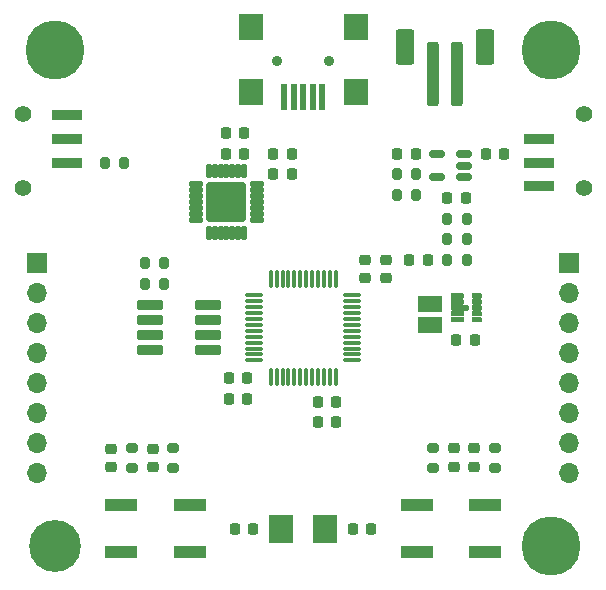
<source format=gbr>
%TF.GenerationSoftware,KiCad,Pcbnew,7.0.8*%
%TF.CreationDate,2023-11-19T03:45:18+01:00*%
%TF.ProjectId,ORBIT,4f524249-542e-46b6-9963-61645f706362,rev?*%
%TF.SameCoordinates,Original*%
%TF.FileFunction,Soldermask,Top*%
%TF.FilePolarity,Negative*%
%FSLAX46Y46*%
G04 Gerber Fmt 4.6, Leading zero omitted, Abs format (unit mm)*
G04 Created by KiCad (PCBNEW 7.0.8) date 2023-11-19 03:45:18*
%MOMM*%
%LPD*%
G01*
G04 APERTURE LIST*
G04 Aperture macros list*
%AMRoundRect*
0 Rectangle with rounded corners*
0 $1 Rounding radius*
0 $2 $3 $4 $5 $6 $7 $8 $9 X,Y pos of 4 corners*
0 Add a 4 corners polygon primitive as box body*
4,1,4,$2,$3,$4,$5,$6,$7,$8,$9,$2,$3,0*
0 Add four circle primitives for the rounded corners*
1,1,$1+$1,$2,$3*
1,1,$1+$1,$4,$5*
1,1,$1+$1,$6,$7*
1,1,$1+$1,$8,$9*
0 Add four rect primitives between the rounded corners*
20,1,$1+$1,$2,$3,$4,$5,0*
20,1,$1+$1,$4,$5,$6,$7,0*
20,1,$1+$1,$6,$7,$8,$9,0*
20,1,$1+$1,$8,$9,$2,$3,0*%
G04 Aperture macros list end*
%ADD10C,0.010000*%
%ADD11RoundRect,0.075000X0.075000X-0.662500X0.075000X0.662500X-0.075000X0.662500X-0.075000X-0.662500X0*%
%ADD12RoundRect,0.075000X0.662500X-0.075000X0.662500X0.075000X-0.662500X0.075000X-0.662500X-0.075000X0*%
%ADD13RoundRect,0.102000X-0.990600X-0.279400X0.990600X-0.279400X0.990600X0.279400X-0.990600X0.279400X0*%
%ADD14R,2.500000X0.900000*%
%ADD15C,1.400000*%
%ADD16RoundRect,0.225000X0.225000X0.250000X-0.225000X0.250000X-0.225000X-0.250000X0.225000X-0.250000X0*%
%ADD17C,0.800000*%
%ADD18C,5.000000*%
%ADD19RoundRect,0.225000X-0.225000X-0.250000X0.225000X-0.250000X0.225000X0.250000X-0.225000X0.250000X0*%
%ADD20C,0.700000*%
%ADD21C,4.400000*%
%ADD22R,2.800000X1.000000*%
%ADD23RoundRect,0.218750X0.256250X-0.218750X0.256250X0.218750X-0.256250X0.218750X-0.256250X-0.218750X0*%
%ADD24RoundRect,0.225000X0.250000X-0.225000X0.250000X0.225000X-0.250000X0.225000X-0.250000X-0.225000X0*%
%ADD25RoundRect,0.225000X-0.250000X0.225000X-0.250000X-0.225000X0.250000X-0.225000X0.250000X0.225000X0*%
%ADD26RoundRect,0.218750X0.218750X0.256250X-0.218750X0.256250X-0.218750X-0.256250X0.218750X-0.256250X0*%
%ADD27RoundRect,0.102000X0.910000X-0.600000X0.910000X0.600000X-0.910000X0.600000X-0.910000X-0.600000X0*%
%ADD28RoundRect,0.200000X-0.200000X-0.275000X0.200000X-0.275000X0.200000X0.275000X-0.200000X0.275000X0*%
%ADD29RoundRect,0.200000X0.275000X-0.200000X0.275000X0.200000X-0.275000X0.200000X-0.275000X-0.200000X0*%
%ADD30R,2.000000X2.400000*%
%ADD31RoundRect,0.200000X-0.275000X0.200000X-0.275000X-0.200000X0.275000X-0.200000X0.275000X0.200000X0*%
%ADD32RoundRect,0.150000X0.512500X0.150000X-0.512500X0.150000X-0.512500X-0.150000X0.512500X-0.150000X0*%
%ADD33C,0.900000*%
%ADD34R,0.500000X2.200000*%
%ADD35R,2.000000X2.200000*%
%ADD36RoundRect,0.200000X0.200000X0.275000X-0.200000X0.275000X-0.200000X-0.275000X0.200000X-0.275000X0*%
%ADD37R,1.700000X1.700000*%
%ADD38O,1.700000X1.700000*%
%ADD39RoundRect,0.250000X-0.250000X-2.500000X0.250000X-2.500000X0.250000X2.500000X-0.250000X2.500000X0*%
%ADD40RoundRect,0.250000X-0.550000X-1.250000X0.550000X-1.250000X0.550000X1.250000X-0.550000X1.250000X0*%
%ADD41RoundRect,0.102000X0.450000X0.127000X-0.450000X0.127000X-0.450000X-0.127000X0.450000X-0.127000X0*%
%ADD42RoundRect,0.102000X-0.127000X0.450000X-0.127000X-0.450000X0.127000X-0.450000X0.127000X0.450000X0*%
%ADD43RoundRect,0.102000X-0.450000X-0.127000X0.450000X-0.127000X0.450000X0.127000X-0.450000X0.127000X0*%
%ADD44RoundRect,0.102000X0.127000X-0.450000X0.127000X0.450000X-0.127000X0.450000X-0.127000X-0.450000X0*%
%ADD45RoundRect,0.102000X1.550000X1.550000X-1.550000X1.550000X-1.550000X-1.550000X1.550000X-1.550000X0*%
G04 APERTURE END LIST*
%TO.C,U15*%
D10*
X163913000Y-96556000D02*
X163919000Y-96556000D01*
X163925000Y-96558000D01*
X163931000Y-96559000D01*
X163937000Y-96561000D01*
X163943000Y-96563000D01*
X163949000Y-96565000D01*
X163954000Y-96568000D01*
X163960000Y-96571000D01*
X163965000Y-96574000D01*
X163971000Y-96578000D01*
X163976000Y-96582000D01*
X163980000Y-96586000D01*
X163985000Y-96590000D01*
X163989000Y-96595000D01*
X163993000Y-96599000D01*
X163997000Y-96604000D01*
X164001000Y-96610000D01*
X164004000Y-96615000D01*
X164007000Y-96621000D01*
X164010000Y-96626000D01*
X164012000Y-96632000D01*
X164014000Y-96638000D01*
X164016000Y-96644000D01*
X164017000Y-96650000D01*
X164019000Y-96656000D01*
X164019000Y-96662000D01*
X164020000Y-96669000D01*
X164020000Y-96675000D01*
X164020000Y-96825000D01*
X164020000Y-96831000D01*
X164019000Y-96838000D01*
X164019000Y-96844000D01*
X164017000Y-96850000D01*
X164016000Y-96856000D01*
X164014000Y-96862000D01*
X164012000Y-96868000D01*
X164010000Y-96874000D01*
X164007000Y-96879000D01*
X164004000Y-96885000D01*
X164001000Y-96890000D01*
X163997000Y-96896000D01*
X163993000Y-96901000D01*
X163989000Y-96905000D01*
X163985000Y-96910000D01*
X163980000Y-96914000D01*
X163976000Y-96918000D01*
X163971000Y-96922000D01*
X163965000Y-96926000D01*
X163960000Y-96929000D01*
X163954000Y-96932000D01*
X163949000Y-96935000D01*
X163943000Y-96937000D01*
X163937000Y-96939000D01*
X163931000Y-96941000D01*
X163925000Y-96942000D01*
X163919000Y-96944000D01*
X163913000Y-96944000D01*
X163906000Y-96945000D01*
X163900000Y-96945000D01*
X163400000Y-96945000D01*
X163394000Y-96945000D01*
X163387000Y-96944000D01*
X163381000Y-96944000D01*
X163375000Y-96942000D01*
X163369000Y-96941000D01*
X163363000Y-96939000D01*
X163357000Y-96937000D01*
X163351000Y-96935000D01*
X163346000Y-96932000D01*
X163340000Y-96929000D01*
X163335000Y-96926000D01*
X163329000Y-96922000D01*
X163324000Y-96918000D01*
X163320000Y-96914000D01*
X163315000Y-96910000D01*
X163311000Y-96905000D01*
X163307000Y-96901000D01*
X163303000Y-96896000D01*
X163299000Y-96890000D01*
X163296000Y-96885000D01*
X163293000Y-96879000D01*
X163290000Y-96874000D01*
X163288000Y-96868000D01*
X163286000Y-96862000D01*
X163284000Y-96856000D01*
X163283000Y-96850000D01*
X163281000Y-96844000D01*
X163281000Y-96838000D01*
X163280000Y-96831000D01*
X163280000Y-96825000D01*
X163280000Y-96675000D01*
X163280000Y-96669000D01*
X163281000Y-96662000D01*
X163281000Y-96656000D01*
X163283000Y-96650000D01*
X163284000Y-96644000D01*
X163286000Y-96638000D01*
X163288000Y-96632000D01*
X163290000Y-96626000D01*
X163293000Y-96621000D01*
X163296000Y-96615000D01*
X163299000Y-96610000D01*
X163303000Y-96604000D01*
X163307000Y-96599000D01*
X163311000Y-96595000D01*
X163315000Y-96590000D01*
X163320000Y-96586000D01*
X163324000Y-96582000D01*
X163329000Y-96578000D01*
X163335000Y-96574000D01*
X163340000Y-96571000D01*
X163346000Y-96568000D01*
X163351000Y-96565000D01*
X163357000Y-96563000D01*
X163363000Y-96561000D01*
X163369000Y-96559000D01*
X163375000Y-96558000D01*
X163381000Y-96556000D01*
X163387000Y-96556000D01*
X163394000Y-96555000D01*
X163400000Y-96555000D01*
X163900000Y-96555000D01*
X163906000Y-96555000D01*
X163913000Y-96556000D01*
G36*
X163913000Y-96556000D02*
G01*
X163919000Y-96556000D01*
X163925000Y-96558000D01*
X163931000Y-96559000D01*
X163937000Y-96561000D01*
X163943000Y-96563000D01*
X163949000Y-96565000D01*
X163954000Y-96568000D01*
X163960000Y-96571000D01*
X163965000Y-96574000D01*
X163971000Y-96578000D01*
X163976000Y-96582000D01*
X163980000Y-96586000D01*
X163985000Y-96590000D01*
X163989000Y-96595000D01*
X163993000Y-96599000D01*
X163997000Y-96604000D01*
X164001000Y-96610000D01*
X164004000Y-96615000D01*
X164007000Y-96621000D01*
X164010000Y-96626000D01*
X164012000Y-96632000D01*
X164014000Y-96638000D01*
X164016000Y-96644000D01*
X164017000Y-96650000D01*
X164019000Y-96656000D01*
X164019000Y-96662000D01*
X164020000Y-96669000D01*
X164020000Y-96675000D01*
X164020000Y-96825000D01*
X164020000Y-96831000D01*
X164019000Y-96838000D01*
X164019000Y-96844000D01*
X164017000Y-96850000D01*
X164016000Y-96856000D01*
X164014000Y-96862000D01*
X164012000Y-96868000D01*
X164010000Y-96874000D01*
X164007000Y-96879000D01*
X164004000Y-96885000D01*
X164001000Y-96890000D01*
X163997000Y-96896000D01*
X163993000Y-96901000D01*
X163989000Y-96905000D01*
X163985000Y-96910000D01*
X163980000Y-96914000D01*
X163976000Y-96918000D01*
X163971000Y-96922000D01*
X163965000Y-96926000D01*
X163960000Y-96929000D01*
X163954000Y-96932000D01*
X163949000Y-96935000D01*
X163943000Y-96937000D01*
X163937000Y-96939000D01*
X163931000Y-96941000D01*
X163925000Y-96942000D01*
X163919000Y-96944000D01*
X163913000Y-96944000D01*
X163906000Y-96945000D01*
X163900000Y-96945000D01*
X163400000Y-96945000D01*
X163394000Y-96945000D01*
X163387000Y-96944000D01*
X163381000Y-96944000D01*
X163375000Y-96942000D01*
X163369000Y-96941000D01*
X163363000Y-96939000D01*
X163357000Y-96937000D01*
X163351000Y-96935000D01*
X163346000Y-96932000D01*
X163340000Y-96929000D01*
X163335000Y-96926000D01*
X163329000Y-96922000D01*
X163324000Y-96918000D01*
X163320000Y-96914000D01*
X163315000Y-96910000D01*
X163311000Y-96905000D01*
X163307000Y-96901000D01*
X163303000Y-96896000D01*
X163299000Y-96890000D01*
X163296000Y-96885000D01*
X163293000Y-96879000D01*
X163290000Y-96874000D01*
X163288000Y-96868000D01*
X163286000Y-96862000D01*
X163284000Y-96856000D01*
X163283000Y-96850000D01*
X163281000Y-96844000D01*
X163281000Y-96838000D01*
X163280000Y-96831000D01*
X163280000Y-96825000D01*
X163280000Y-96675000D01*
X163280000Y-96669000D01*
X163281000Y-96662000D01*
X163281000Y-96656000D01*
X163283000Y-96650000D01*
X163284000Y-96644000D01*
X163286000Y-96638000D01*
X163288000Y-96632000D01*
X163290000Y-96626000D01*
X163293000Y-96621000D01*
X163296000Y-96615000D01*
X163299000Y-96610000D01*
X163303000Y-96604000D01*
X163307000Y-96599000D01*
X163311000Y-96595000D01*
X163315000Y-96590000D01*
X163320000Y-96586000D01*
X163324000Y-96582000D01*
X163329000Y-96578000D01*
X163335000Y-96574000D01*
X163340000Y-96571000D01*
X163346000Y-96568000D01*
X163351000Y-96565000D01*
X163357000Y-96563000D01*
X163363000Y-96561000D01*
X163369000Y-96559000D01*
X163375000Y-96558000D01*
X163381000Y-96556000D01*
X163387000Y-96556000D01*
X163394000Y-96555000D01*
X163400000Y-96555000D01*
X163900000Y-96555000D01*
X163906000Y-96555000D01*
X163913000Y-96556000D01*
G37*
X163913000Y-96056000D02*
X163919000Y-96056000D01*
X163925000Y-96058000D01*
X163931000Y-96059000D01*
X163937000Y-96061000D01*
X163943000Y-96063000D01*
X163949000Y-96065000D01*
X163954000Y-96068000D01*
X163960000Y-96071000D01*
X163965000Y-96074000D01*
X163971000Y-96078000D01*
X163976000Y-96082000D01*
X163980000Y-96086000D01*
X163985000Y-96090000D01*
X163989000Y-96095000D01*
X163993000Y-96099000D01*
X163997000Y-96104000D01*
X164001000Y-96110000D01*
X164004000Y-96115000D01*
X164007000Y-96121000D01*
X164010000Y-96126000D01*
X164012000Y-96132000D01*
X164014000Y-96138000D01*
X164016000Y-96144000D01*
X164017000Y-96150000D01*
X164019000Y-96156000D01*
X164019000Y-96162000D01*
X164020000Y-96169000D01*
X164020000Y-96175000D01*
X164020000Y-96325000D01*
X164020000Y-96331000D01*
X164019000Y-96338000D01*
X164019000Y-96344000D01*
X164017000Y-96350000D01*
X164016000Y-96356000D01*
X164014000Y-96362000D01*
X164012000Y-96368000D01*
X164010000Y-96374000D01*
X164007000Y-96379000D01*
X164004000Y-96385000D01*
X164001000Y-96390000D01*
X163997000Y-96396000D01*
X163993000Y-96401000D01*
X163989000Y-96405000D01*
X163985000Y-96410000D01*
X163980000Y-96414000D01*
X163976000Y-96418000D01*
X163971000Y-96422000D01*
X163965000Y-96426000D01*
X163960000Y-96429000D01*
X163954000Y-96432000D01*
X163949000Y-96435000D01*
X163943000Y-96437000D01*
X163937000Y-96439000D01*
X163931000Y-96441000D01*
X163925000Y-96442000D01*
X163919000Y-96444000D01*
X163913000Y-96444000D01*
X163906000Y-96445000D01*
X163900000Y-96445000D01*
X163400000Y-96445000D01*
X163394000Y-96445000D01*
X163387000Y-96444000D01*
X163381000Y-96444000D01*
X163375000Y-96442000D01*
X163369000Y-96441000D01*
X163363000Y-96439000D01*
X163357000Y-96437000D01*
X163351000Y-96435000D01*
X163346000Y-96432000D01*
X163340000Y-96429000D01*
X163335000Y-96426000D01*
X163329000Y-96422000D01*
X163324000Y-96418000D01*
X163320000Y-96414000D01*
X163315000Y-96410000D01*
X163311000Y-96405000D01*
X163307000Y-96401000D01*
X163303000Y-96396000D01*
X163299000Y-96390000D01*
X163296000Y-96385000D01*
X163293000Y-96379000D01*
X163290000Y-96374000D01*
X163288000Y-96368000D01*
X163286000Y-96362000D01*
X163284000Y-96356000D01*
X163283000Y-96350000D01*
X163281000Y-96344000D01*
X163281000Y-96338000D01*
X163280000Y-96331000D01*
X163280000Y-96325000D01*
X163280000Y-96175000D01*
X163280000Y-96169000D01*
X163281000Y-96162000D01*
X163281000Y-96156000D01*
X163283000Y-96150000D01*
X163284000Y-96144000D01*
X163286000Y-96138000D01*
X163288000Y-96132000D01*
X163290000Y-96126000D01*
X163293000Y-96121000D01*
X163296000Y-96115000D01*
X163299000Y-96110000D01*
X163303000Y-96104000D01*
X163307000Y-96099000D01*
X163311000Y-96095000D01*
X163315000Y-96090000D01*
X163320000Y-96086000D01*
X163324000Y-96082000D01*
X163329000Y-96078000D01*
X163335000Y-96074000D01*
X163340000Y-96071000D01*
X163346000Y-96068000D01*
X163351000Y-96065000D01*
X163357000Y-96063000D01*
X163363000Y-96061000D01*
X163369000Y-96059000D01*
X163375000Y-96058000D01*
X163381000Y-96056000D01*
X163387000Y-96056000D01*
X163394000Y-96055000D01*
X163400000Y-96055000D01*
X163900000Y-96055000D01*
X163906000Y-96055000D01*
X163913000Y-96056000D01*
G36*
X163913000Y-96056000D02*
G01*
X163919000Y-96056000D01*
X163925000Y-96058000D01*
X163931000Y-96059000D01*
X163937000Y-96061000D01*
X163943000Y-96063000D01*
X163949000Y-96065000D01*
X163954000Y-96068000D01*
X163960000Y-96071000D01*
X163965000Y-96074000D01*
X163971000Y-96078000D01*
X163976000Y-96082000D01*
X163980000Y-96086000D01*
X163985000Y-96090000D01*
X163989000Y-96095000D01*
X163993000Y-96099000D01*
X163997000Y-96104000D01*
X164001000Y-96110000D01*
X164004000Y-96115000D01*
X164007000Y-96121000D01*
X164010000Y-96126000D01*
X164012000Y-96132000D01*
X164014000Y-96138000D01*
X164016000Y-96144000D01*
X164017000Y-96150000D01*
X164019000Y-96156000D01*
X164019000Y-96162000D01*
X164020000Y-96169000D01*
X164020000Y-96175000D01*
X164020000Y-96325000D01*
X164020000Y-96331000D01*
X164019000Y-96338000D01*
X164019000Y-96344000D01*
X164017000Y-96350000D01*
X164016000Y-96356000D01*
X164014000Y-96362000D01*
X164012000Y-96368000D01*
X164010000Y-96374000D01*
X164007000Y-96379000D01*
X164004000Y-96385000D01*
X164001000Y-96390000D01*
X163997000Y-96396000D01*
X163993000Y-96401000D01*
X163989000Y-96405000D01*
X163985000Y-96410000D01*
X163980000Y-96414000D01*
X163976000Y-96418000D01*
X163971000Y-96422000D01*
X163965000Y-96426000D01*
X163960000Y-96429000D01*
X163954000Y-96432000D01*
X163949000Y-96435000D01*
X163943000Y-96437000D01*
X163937000Y-96439000D01*
X163931000Y-96441000D01*
X163925000Y-96442000D01*
X163919000Y-96444000D01*
X163913000Y-96444000D01*
X163906000Y-96445000D01*
X163900000Y-96445000D01*
X163400000Y-96445000D01*
X163394000Y-96445000D01*
X163387000Y-96444000D01*
X163381000Y-96444000D01*
X163375000Y-96442000D01*
X163369000Y-96441000D01*
X163363000Y-96439000D01*
X163357000Y-96437000D01*
X163351000Y-96435000D01*
X163346000Y-96432000D01*
X163340000Y-96429000D01*
X163335000Y-96426000D01*
X163329000Y-96422000D01*
X163324000Y-96418000D01*
X163320000Y-96414000D01*
X163315000Y-96410000D01*
X163311000Y-96405000D01*
X163307000Y-96401000D01*
X163303000Y-96396000D01*
X163299000Y-96390000D01*
X163296000Y-96385000D01*
X163293000Y-96379000D01*
X163290000Y-96374000D01*
X163288000Y-96368000D01*
X163286000Y-96362000D01*
X163284000Y-96356000D01*
X163283000Y-96350000D01*
X163281000Y-96344000D01*
X163281000Y-96338000D01*
X163280000Y-96331000D01*
X163280000Y-96325000D01*
X163280000Y-96175000D01*
X163280000Y-96169000D01*
X163281000Y-96162000D01*
X163281000Y-96156000D01*
X163283000Y-96150000D01*
X163284000Y-96144000D01*
X163286000Y-96138000D01*
X163288000Y-96132000D01*
X163290000Y-96126000D01*
X163293000Y-96121000D01*
X163296000Y-96115000D01*
X163299000Y-96110000D01*
X163303000Y-96104000D01*
X163307000Y-96099000D01*
X163311000Y-96095000D01*
X163315000Y-96090000D01*
X163320000Y-96086000D01*
X163324000Y-96082000D01*
X163329000Y-96078000D01*
X163335000Y-96074000D01*
X163340000Y-96071000D01*
X163346000Y-96068000D01*
X163351000Y-96065000D01*
X163357000Y-96063000D01*
X163363000Y-96061000D01*
X163369000Y-96059000D01*
X163375000Y-96058000D01*
X163381000Y-96056000D01*
X163387000Y-96056000D01*
X163394000Y-96055000D01*
X163400000Y-96055000D01*
X163900000Y-96055000D01*
X163906000Y-96055000D01*
X163913000Y-96056000D01*
G37*
X163913000Y-95556000D02*
X163919000Y-95556000D01*
X163925000Y-95558000D01*
X163931000Y-95559000D01*
X163937000Y-95561000D01*
X163943000Y-95563000D01*
X163949000Y-95565000D01*
X163954000Y-95568000D01*
X163960000Y-95571000D01*
X163965000Y-95574000D01*
X163971000Y-95578000D01*
X163976000Y-95582000D01*
X163980000Y-95586000D01*
X163985000Y-95590000D01*
X163989000Y-95595000D01*
X163993000Y-95599000D01*
X163997000Y-95604000D01*
X164001000Y-95610000D01*
X164004000Y-95615000D01*
X164007000Y-95621000D01*
X164010000Y-95626000D01*
X164012000Y-95632000D01*
X164014000Y-95638000D01*
X164016000Y-95644000D01*
X164017000Y-95650000D01*
X164019000Y-95656000D01*
X164019000Y-95662000D01*
X164020000Y-95669000D01*
X164020000Y-95675000D01*
X164020000Y-95825000D01*
X164020000Y-95831000D01*
X164019000Y-95838000D01*
X164019000Y-95844000D01*
X164017000Y-95850000D01*
X164016000Y-95856000D01*
X164014000Y-95862000D01*
X164012000Y-95868000D01*
X164010000Y-95874000D01*
X164007000Y-95879000D01*
X164004000Y-95885000D01*
X164001000Y-95890000D01*
X163997000Y-95896000D01*
X163993000Y-95901000D01*
X163989000Y-95905000D01*
X163985000Y-95910000D01*
X163980000Y-95914000D01*
X163976000Y-95918000D01*
X163971000Y-95922000D01*
X163965000Y-95926000D01*
X163960000Y-95929000D01*
X163954000Y-95932000D01*
X163949000Y-95935000D01*
X163943000Y-95937000D01*
X163937000Y-95939000D01*
X163931000Y-95941000D01*
X163925000Y-95942000D01*
X163919000Y-95944000D01*
X163913000Y-95944000D01*
X163906000Y-95945000D01*
X163900000Y-95945000D01*
X163400000Y-95945000D01*
X163394000Y-95945000D01*
X163387000Y-95944000D01*
X163381000Y-95944000D01*
X163375000Y-95942000D01*
X163369000Y-95941000D01*
X163363000Y-95939000D01*
X163357000Y-95937000D01*
X163351000Y-95935000D01*
X163346000Y-95932000D01*
X163340000Y-95929000D01*
X163335000Y-95926000D01*
X163329000Y-95922000D01*
X163324000Y-95918000D01*
X163320000Y-95914000D01*
X163315000Y-95910000D01*
X163311000Y-95905000D01*
X163307000Y-95901000D01*
X163303000Y-95896000D01*
X163299000Y-95890000D01*
X163296000Y-95885000D01*
X163293000Y-95879000D01*
X163290000Y-95874000D01*
X163288000Y-95868000D01*
X163286000Y-95862000D01*
X163284000Y-95856000D01*
X163283000Y-95850000D01*
X163281000Y-95844000D01*
X163281000Y-95838000D01*
X163280000Y-95831000D01*
X163280000Y-95825000D01*
X163280000Y-95675000D01*
X163280000Y-95669000D01*
X163281000Y-95662000D01*
X163281000Y-95656000D01*
X163283000Y-95650000D01*
X163284000Y-95644000D01*
X163286000Y-95638000D01*
X163288000Y-95632000D01*
X163290000Y-95626000D01*
X163293000Y-95621000D01*
X163296000Y-95615000D01*
X163299000Y-95610000D01*
X163303000Y-95604000D01*
X163307000Y-95599000D01*
X163311000Y-95595000D01*
X163315000Y-95590000D01*
X163320000Y-95586000D01*
X163324000Y-95582000D01*
X163329000Y-95578000D01*
X163335000Y-95574000D01*
X163340000Y-95571000D01*
X163346000Y-95568000D01*
X163351000Y-95565000D01*
X163357000Y-95563000D01*
X163363000Y-95561000D01*
X163369000Y-95559000D01*
X163375000Y-95558000D01*
X163381000Y-95556000D01*
X163387000Y-95556000D01*
X163394000Y-95555000D01*
X163400000Y-95555000D01*
X163900000Y-95555000D01*
X163906000Y-95555000D01*
X163913000Y-95556000D01*
G36*
X163913000Y-95556000D02*
G01*
X163919000Y-95556000D01*
X163925000Y-95558000D01*
X163931000Y-95559000D01*
X163937000Y-95561000D01*
X163943000Y-95563000D01*
X163949000Y-95565000D01*
X163954000Y-95568000D01*
X163960000Y-95571000D01*
X163965000Y-95574000D01*
X163971000Y-95578000D01*
X163976000Y-95582000D01*
X163980000Y-95586000D01*
X163985000Y-95590000D01*
X163989000Y-95595000D01*
X163993000Y-95599000D01*
X163997000Y-95604000D01*
X164001000Y-95610000D01*
X164004000Y-95615000D01*
X164007000Y-95621000D01*
X164010000Y-95626000D01*
X164012000Y-95632000D01*
X164014000Y-95638000D01*
X164016000Y-95644000D01*
X164017000Y-95650000D01*
X164019000Y-95656000D01*
X164019000Y-95662000D01*
X164020000Y-95669000D01*
X164020000Y-95675000D01*
X164020000Y-95825000D01*
X164020000Y-95831000D01*
X164019000Y-95838000D01*
X164019000Y-95844000D01*
X164017000Y-95850000D01*
X164016000Y-95856000D01*
X164014000Y-95862000D01*
X164012000Y-95868000D01*
X164010000Y-95874000D01*
X164007000Y-95879000D01*
X164004000Y-95885000D01*
X164001000Y-95890000D01*
X163997000Y-95896000D01*
X163993000Y-95901000D01*
X163989000Y-95905000D01*
X163985000Y-95910000D01*
X163980000Y-95914000D01*
X163976000Y-95918000D01*
X163971000Y-95922000D01*
X163965000Y-95926000D01*
X163960000Y-95929000D01*
X163954000Y-95932000D01*
X163949000Y-95935000D01*
X163943000Y-95937000D01*
X163937000Y-95939000D01*
X163931000Y-95941000D01*
X163925000Y-95942000D01*
X163919000Y-95944000D01*
X163913000Y-95944000D01*
X163906000Y-95945000D01*
X163900000Y-95945000D01*
X163400000Y-95945000D01*
X163394000Y-95945000D01*
X163387000Y-95944000D01*
X163381000Y-95944000D01*
X163375000Y-95942000D01*
X163369000Y-95941000D01*
X163363000Y-95939000D01*
X163357000Y-95937000D01*
X163351000Y-95935000D01*
X163346000Y-95932000D01*
X163340000Y-95929000D01*
X163335000Y-95926000D01*
X163329000Y-95922000D01*
X163324000Y-95918000D01*
X163320000Y-95914000D01*
X163315000Y-95910000D01*
X163311000Y-95905000D01*
X163307000Y-95901000D01*
X163303000Y-95896000D01*
X163299000Y-95890000D01*
X163296000Y-95885000D01*
X163293000Y-95879000D01*
X163290000Y-95874000D01*
X163288000Y-95868000D01*
X163286000Y-95862000D01*
X163284000Y-95856000D01*
X163283000Y-95850000D01*
X163281000Y-95844000D01*
X163281000Y-95838000D01*
X163280000Y-95831000D01*
X163280000Y-95825000D01*
X163280000Y-95675000D01*
X163280000Y-95669000D01*
X163281000Y-95662000D01*
X163281000Y-95656000D01*
X163283000Y-95650000D01*
X163284000Y-95644000D01*
X163286000Y-95638000D01*
X163288000Y-95632000D01*
X163290000Y-95626000D01*
X163293000Y-95621000D01*
X163296000Y-95615000D01*
X163299000Y-95610000D01*
X163303000Y-95604000D01*
X163307000Y-95599000D01*
X163311000Y-95595000D01*
X163315000Y-95590000D01*
X163320000Y-95586000D01*
X163324000Y-95582000D01*
X163329000Y-95578000D01*
X163335000Y-95574000D01*
X163340000Y-95571000D01*
X163346000Y-95568000D01*
X163351000Y-95565000D01*
X163357000Y-95563000D01*
X163363000Y-95561000D01*
X163369000Y-95559000D01*
X163375000Y-95558000D01*
X163381000Y-95556000D01*
X163387000Y-95556000D01*
X163394000Y-95555000D01*
X163400000Y-95555000D01*
X163900000Y-95555000D01*
X163906000Y-95555000D01*
X163913000Y-95556000D01*
G37*
X163913000Y-95056000D02*
X163919000Y-95056000D01*
X163925000Y-95058000D01*
X163931000Y-95059000D01*
X163937000Y-95061000D01*
X163943000Y-95063000D01*
X163949000Y-95065000D01*
X163954000Y-95068000D01*
X163960000Y-95071000D01*
X163965000Y-95074000D01*
X163971000Y-95078000D01*
X163976000Y-95082000D01*
X163980000Y-95086000D01*
X163985000Y-95090000D01*
X163989000Y-95095000D01*
X163993000Y-95099000D01*
X163997000Y-95104000D01*
X164001000Y-95110000D01*
X164004000Y-95115000D01*
X164007000Y-95121000D01*
X164010000Y-95126000D01*
X164012000Y-95132000D01*
X164014000Y-95138000D01*
X164016000Y-95144000D01*
X164017000Y-95150000D01*
X164019000Y-95156000D01*
X164019000Y-95162000D01*
X164020000Y-95169000D01*
X164020000Y-95175000D01*
X164020000Y-95325000D01*
X164020000Y-95331000D01*
X164019000Y-95338000D01*
X164019000Y-95344000D01*
X164017000Y-95350000D01*
X164016000Y-95356000D01*
X164014000Y-95362000D01*
X164012000Y-95368000D01*
X164010000Y-95374000D01*
X164007000Y-95379000D01*
X164004000Y-95385000D01*
X164001000Y-95390000D01*
X163997000Y-95396000D01*
X163993000Y-95401000D01*
X163989000Y-95405000D01*
X163985000Y-95410000D01*
X163980000Y-95414000D01*
X163976000Y-95418000D01*
X163971000Y-95422000D01*
X163965000Y-95426000D01*
X163960000Y-95429000D01*
X163954000Y-95432000D01*
X163949000Y-95435000D01*
X163943000Y-95437000D01*
X163937000Y-95439000D01*
X163931000Y-95441000D01*
X163925000Y-95442000D01*
X163919000Y-95444000D01*
X163913000Y-95444000D01*
X163906000Y-95445000D01*
X163900000Y-95445000D01*
X163400000Y-95445000D01*
X163394000Y-95445000D01*
X163387000Y-95444000D01*
X163381000Y-95444000D01*
X163375000Y-95442000D01*
X163369000Y-95441000D01*
X163363000Y-95439000D01*
X163357000Y-95437000D01*
X163351000Y-95435000D01*
X163346000Y-95432000D01*
X163340000Y-95429000D01*
X163335000Y-95426000D01*
X163329000Y-95422000D01*
X163324000Y-95418000D01*
X163320000Y-95414000D01*
X163315000Y-95410000D01*
X163311000Y-95405000D01*
X163307000Y-95401000D01*
X163303000Y-95396000D01*
X163299000Y-95390000D01*
X163296000Y-95385000D01*
X163293000Y-95379000D01*
X163290000Y-95374000D01*
X163288000Y-95368000D01*
X163286000Y-95362000D01*
X163284000Y-95356000D01*
X163283000Y-95350000D01*
X163281000Y-95344000D01*
X163281000Y-95338000D01*
X163280000Y-95331000D01*
X163280000Y-95325000D01*
X163280000Y-95175000D01*
X163280000Y-95169000D01*
X163281000Y-95162000D01*
X163281000Y-95156000D01*
X163283000Y-95150000D01*
X163284000Y-95144000D01*
X163286000Y-95138000D01*
X163288000Y-95132000D01*
X163290000Y-95126000D01*
X163293000Y-95121000D01*
X163296000Y-95115000D01*
X163299000Y-95110000D01*
X163303000Y-95104000D01*
X163307000Y-95099000D01*
X163311000Y-95095000D01*
X163315000Y-95090000D01*
X163320000Y-95086000D01*
X163324000Y-95082000D01*
X163329000Y-95078000D01*
X163335000Y-95074000D01*
X163340000Y-95071000D01*
X163346000Y-95068000D01*
X163351000Y-95065000D01*
X163357000Y-95063000D01*
X163363000Y-95061000D01*
X163369000Y-95059000D01*
X163375000Y-95058000D01*
X163381000Y-95056000D01*
X163387000Y-95056000D01*
X163394000Y-95055000D01*
X163400000Y-95055000D01*
X163900000Y-95055000D01*
X163906000Y-95055000D01*
X163913000Y-95056000D01*
G36*
X163913000Y-95056000D02*
G01*
X163919000Y-95056000D01*
X163925000Y-95058000D01*
X163931000Y-95059000D01*
X163937000Y-95061000D01*
X163943000Y-95063000D01*
X163949000Y-95065000D01*
X163954000Y-95068000D01*
X163960000Y-95071000D01*
X163965000Y-95074000D01*
X163971000Y-95078000D01*
X163976000Y-95082000D01*
X163980000Y-95086000D01*
X163985000Y-95090000D01*
X163989000Y-95095000D01*
X163993000Y-95099000D01*
X163997000Y-95104000D01*
X164001000Y-95110000D01*
X164004000Y-95115000D01*
X164007000Y-95121000D01*
X164010000Y-95126000D01*
X164012000Y-95132000D01*
X164014000Y-95138000D01*
X164016000Y-95144000D01*
X164017000Y-95150000D01*
X164019000Y-95156000D01*
X164019000Y-95162000D01*
X164020000Y-95169000D01*
X164020000Y-95175000D01*
X164020000Y-95325000D01*
X164020000Y-95331000D01*
X164019000Y-95338000D01*
X164019000Y-95344000D01*
X164017000Y-95350000D01*
X164016000Y-95356000D01*
X164014000Y-95362000D01*
X164012000Y-95368000D01*
X164010000Y-95374000D01*
X164007000Y-95379000D01*
X164004000Y-95385000D01*
X164001000Y-95390000D01*
X163997000Y-95396000D01*
X163993000Y-95401000D01*
X163989000Y-95405000D01*
X163985000Y-95410000D01*
X163980000Y-95414000D01*
X163976000Y-95418000D01*
X163971000Y-95422000D01*
X163965000Y-95426000D01*
X163960000Y-95429000D01*
X163954000Y-95432000D01*
X163949000Y-95435000D01*
X163943000Y-95437000D01*
X163937000Y-95439000D01*
X163931000Y-95441000D01*
X163925000Y-95442000D01*
X163919000Y-95444000D01*
X163913000Y-95444000D01*
X163906000Y-95445000D01*
X163900000Y-95445000D01*
X163400000Y-95445000D01*
X163394000Y-95445000D01*
X163387000Y-95444000D01*
X163381000Y-95444000D01*
X163375000Y-95442000D01*
X163369000Y-95441000D01*
X163363000Y-95439000D01*
X163357000Y-95437000D01*
X163351000Y-95435000D01*
X163346000Y-95432000D01*
X163340000Y-95429000D01*
X163335000Y-95426000D01*
X163329000Y-95422000D01*
X163324000Y-95418000D01*
X163320000Y-95414000D01*
X163315000Y-95410000D01*
X163311000Y-95405000D01*
X163307000Y-95401000D01*
X163303000Y-95396000D01*
X163299000Y-95390000D01*
X163296000Y-95385000D01*
X163293000Y-95379000D01*
X163290000Y-95374000D01*
X163288000Y-95368000D01*
X163286000Y-95362000D01*
X163284000Y-95356000D01*
X163283000Y-95350000D01*
X163281000Y-95344000D01*
X163281000Y-95338000D01*
X163280000Y-95331000D01*
X163280000Y-95325000D01*
X163280000Y-95175000D01*
X163280000Y-95169000D01*
X163281000Y-95162000D01*
X163281000Y-95156000D01*
X163283000Y-95150000D01*
X163284000Y-95144000D01*
X163286000Y-95138000D01*
X163288000Y-95132000D01*
X163290000Y-95126000D01*
X163293000Y-95121000D01*
X163296000Y-95115000D01*
X163299000Y-95110000D01*
X163303000Y-95104000D01*
X163307000Y-95099000D01*
X163311000Y-95095000D01*
X163315000Y-95090000D01*
X163320000Y-95086000D01*
X163324000Y-95082000D01*
X163329000Y-95078000D01*
X163335000Y-95074000D01*
X163340000Y-95071000D01*
X163346000Y-95068000D01*
X163351000Y-95065000D01*
X163357000Y-95063000D01*
X163363000Y-95061000D01*
X163369000Y-95059000D01*
X163375000Y-95058000D01*
X163381000Y-95056000D01*
X163387000Y-95056000D01*
X163394000Y-95055000D01*
X163400000Y-95055000D01*
X163900000Y-95055000D01*
X163906000Y-95055000D01*
X163913000Y-95056000D01*
G37*
X163913000Y-94556000D02*
X163919000Y-94556000D01*
X163925000Y-94558000D01*
X163931000Y-94559000D01*
X163937000Y-94561000D01*
X163943000Y-94563000D01*
X163949000Y-94565000D01*
X163954000Y-94568000D01*
X163960000Y-94571000D01*
X163965000Y-94574000D01*
X163971000Y-94578000D01*
X163976000Y-94582000D01*
X163980000Y-94586000D01*
X163985000Y-94590000D01*
X163989000Y-94595000D01*
X163993000Y-94599000D01*
X163997000Y-94604000D01*
X164001000Y-94610000D01*
X164004000Y-94615000D01*
X164007000Y-94621000D01*
X164010000Y-94626000D01*
X164012000Y-94632000D01*
X164014000Y-94638000D01*
X164016000Y-94644000D01*
X164017000Y-94650000D01*
X164019000Y-94656000D01*
X164019000Y-94662000D01*
X164020000Y-94669000D01*
X164020000Y-94675000D01*
X164020000Y-94825000D01*
X164020000Y-94831000D01*
X164019000Y-94838000D01*
X164019000Y-94844000D01*
X164017000Y-94850000D01*
X164016000Y-94856000D01*
X164014000Y-94862000D01*
X164012000Y-94868000D01*
X164010000Y-94874000D01*
X164007000Y-94879000D01*
X164004000Y-94885000D01*
X164001000Y-94890000D01*
X163997000Y-94896000D01*
X163993000Y-94901000D01*
X163989000Y-94905000D01*
X163985000Y-94910000D01*
X163980000Y-94914000D01*
X163976000Y-94918000D01*
X163971000Y-94922000D01*
X163965000Y-94926000D01*
X163960000Y-94929000D01*
X163954000Y-94932000D01*
X163949000Y-94935000D01*
X163943000Y-94937000D01*
X163937000Y-94939000D01*
X163931000Y-94941000D01*
X163925000Y-94942000D01*
X163919000Y-94944000D01*
X163913000Y-94944000D01*
X163906000Y-94945000D01*
X163900000Y-94945000D01*
X163400000Y-94945000D01*
X163394000Y-94945000D01*
X163387000Y-94944000D01*
X163381000Y-94944000D01*
X163375000Y-94942000D01*
X163369000Y-94941000D01*
X163363000Y-94939000D01*
X163357000Y-94937000D01*
X163351000Y-94935000D01*
X163346000Y-94932000D01*
X163340000Y-94929000D01*
X163335000Y-94926000D01*
X163329000Y-94922000D01*
X163324000Y-94918000D01*
X163320000Y-94914000D01*
X163315000Y-94910000D01*
X163311000Y-94905000D01*
X163307000Y-94901000D01*
X163303000Y-94896000D01*
X163299000Y-94890000D01*
X163296000Y-94885000D01*
X163293000Y-94879000D01*
X163290000Y-94874000D01*
X163288000Y-94868000D01*
X163286000Y-94862000D01*
X163284000Y-94856000D01*
X163283000Y-94850000D01*
X163281000Y-94844000D01*
X163281000Y-94838000D01*
X163280000Y-94831000D01*
X163280000Y-94825000D01*
X163280000Y-94675000D01*
X163280000Y-94669000D01*
X163281000Y-94662000D01*
X163281000Y-94656000D01*
X163283000Y-94650000D01*
X163284000Y-94644000D01*
X163286000Y-94638000D01*
X163288000Y-94632000D01*
X163290000Y-94626000D01*
X163293000Y-94621000D01*
X163296000Y-94615000D01*
X163299000Y-94610000D01*
X163303000Y-94604000D01*
X163307000Y-94599000D01*
X163311000Y-94595000D01*
X163315000Y-94590000D01*
X163320000Y-94586000D01*
X163324000Y-94582000D01*
X163329000Y-94578000D01*
X163335000Y-94574000D01*
X163340000Y-94571000D01*
X163346000Y-94568000D01*
X163351000Y-94565000D01*
X163357000Y-94563000D01*
X163363000Y-94561000D01*
X163369000Y-94559000D01*
X163375000Y-94558000D01*
X163381000Y-94556000D01*
X163387000Y-94556000D01*
X163394000Y-94555000D01*
X163400000Y-94555000D01*
X163900000Y-94555000D01*
X163906000Y-94555000D01*
X163913000Y-94556000D01*
G36*
X163913000Y-94556000D02*
G01*
X163919000Y-94556000D01*
X163925000Y-94558000D01*
X163931000Y-94559000D01*
X163937000Y-94561000D01*
X163943000Y-94563000D01*
X163949000Y-94565000D01*
X163954000Y-94568000D01*
X163960000Y-94571000D01*
X163965000Y-94574000D01*
X163971000Y-94578000D01*
X163976000Y-94582000D01*
X163980000Y-94586000D01*
X163985000Y-94590000D01*
X163989000Y-94595000D01*
X163993000Y-94599000D01*
X163997000Y-94604000D01*
X164001000Y-94610000D01*
X164004000Y-94615000D01*
X164007000Y-94621000D01*
X164010000Y-94626000D01*
X164012000Y-94632000D01*
X164014000Y-94638000D01*
X164016000Y-94644000D01*
X164017000Y-94650000D01*
X164019000Y-94656000D01*
X164019000Y-94662000D01*
X164020000Y-94669000D01*
X164020000Y-94675000D01*
X164020000Y-94825000D01*
X164020000Y-94831000D01*
X164019000Y-94838000D01*
X164019000Y-94844000D01*
X164017000Y-94850000D01*
X164016000Y-94856000D01*
X164014000Y-94862000D01*
X164012000Y-94868000D01*
X164010000Y-94874000D01*
X164007000Y-94879000D01*
X164004000Y-94885000D01*
X164001000Y-94890000D01*
X163997000Y-94896000D01*
X163993000Y-94901000D01*
X163989000Y-94905000D01*
X163985000Y-94910000D01*
X163980000Y-94914000D01*
X163976000Y-94918000D01*
X163971000Y-94922000D01*
X163965000Y-94926000D01*
X163960000Y-94929000D01*
X163954000Y-94932000D01*
X163949000Y-94935000D01*
X163943000Y-94937000D01*
X163937000Y-94939000D01*
X163931000Y-94941000D01*
X163925000Y-94942000D01*
X163919000Y-94944000D01*
X163913000Y-94944000D01*
X163906000Y-94945000D01*
X163900000Y-94945000D01*
X163400000Y-94945000D01*
X163394000Y-94945000D01*
X163387000Y-94944000D01*
X163381000Y-94944000D01*
X163375000Y-94942000D01*
X163369000Y-94941000D01*
X163363000Y-94939000D01*
X163357000Y-94937000D01*
X163351000Y-94935000D01*
X163346000Y-94932000D01*
X163340000Y-94929000D01*
X163335000Y-94926000D01*
X163329000Y-94922000D01*
X163324000Y-94918000D01*
X163320000Y-94914000D01*
X163315000Y-94910000D01*
X163311000Y-94905000D01*
X163307000Y-94901000D01*
X163303000Y-94896000D01*
X163299000Y-94890000D01*
X163296000Y-94885000D01*
X163293000Y-94879000D01*
X163290000Y-94874000D01*
X163288000Y-94868000D01*
X163286000Y-94862000D01*
X163284000Y-94856000D01*
X163283000Y-94850000D01*
X163281000Y-94844000D01*
X163281000Y-94838000D01*
X163280000Y-94831000D01*
X163280000Y-94825000D01*
X163280000Y-94675000D01*
X163280000Y-94669000D01*
X163281000Y-94662000D01*
X163281000Y-94656000D01*
X163283000Y-94650000D01*
X163284000Y-94644000D01*
X163286000Y-94638000D01*
X163288000Y-94632000D01*
X163290000Y-94626000D01*
X163293000Y-94621000D01*
X163296000Y-94615000D01*
X163299000Y-94610000D01*
X163303000Y-94604000D01*
X163307000Y-94599000D01*
X163311000Y-94595000D01*
X163315000Y-94590000D01*
X163320000Y-94586000D01*
X163324000Y-94582000D01*
X163329000Y-94578000D01*
X163335000Y-94574000D01*
X163340000Y-94571000D01*
X163346000Y-94568000D01*
X163351000Y-94565000D01*
X163357000Y-94563000D01*
X163363000Y-94561000D01*
X163369000Y-94559000D01*
X163375000Y-94558000D01*
X163381000Y-94556000D01*
X163387000Y-94556000D01*
X163394000Y-94555000D01*
X163400000Y-94555000D01*
X163900000Y-94555000D01*
X163906000Y-94555000D01*
X163913000Y-94556000D01*
G37*
X162413000Y-96556000D02*
X162419000Y-96556000D01*
X162425000Y-96558000D01*
X162431000Y-96559000D01*
X162437000Y-96561000D01*
X162443000Y-96563000D01*
X162449000Y-96565000D01*
X162454000Y-96568000D01*
X162460000Y-96571000D01*
X162465000Y-96574000D01*
X162471000Y-96578000D01*
X162476000Y-96582000D01*
X162480000Y-96586000D01*
X162485000Y-96590000D01*
X162489000Y-96595000D01*
X162493000Y-96599000D01*
X162497000Y-96604000D01*
X162501000Y-96610000D01*
X162504000Y-96615000D01*
X162507000Y-96621000D01*
X162510000Y-96626000D01*
X162512000Y-96632000D01*
X162514000Y-96638000D01*
X162516000Y-96644000D01*
X162517000Y-96650000D01*
X162519000Y-96656000D01*
X162519000Y-96662000D01*
X162520000Y-96669000D01*
X162520000Y-96675000D01*
X162520000Y-96825000D01*
X162520000Y-96831000D01*
X162519000Y-96838000D01*
X162519000Y-96844000D01*
X162517000Y-96850000D01*
X162516000Y-96856000D01*
X162514000Y-96862000D01*
X162512000Y-96868000D01*
X162510000Y-96874000D01*
X162507000Y-96879000D01*
X162504000Y-96885000D01*
X162501000Y-96890000D01*
X162497000Y-96896000D01*
X162493000Y-96901000D01*
X162489000Y-96905000D01*
X162485000Y-96910000D01*
X162480000Y-96914000D01*
X162476000Y-96918000D01*
X162471000Y-96922000D01*
X162465000Y-96926000D01*
X162460000Y-96929000D01*
X162454000Y-96932000D01*
X162449000Y-96935000D01*
X162443000Y-96937000D01*
X162437000Y-96939000D01*
X162431000Y-96941000D01*
X162425000Y-96942000D01*
X162419000Y-96944000D01*
X162413000Y-96944000D01*
X162406000Y-96945000D01*
X162400000Y-96945000D01*
X161600000Y-96945000D01*
X161594000Y-96945000D01*
X161587000Y-96944000D01*
X161581000Y-96944000D01*
X161575000Y-96942000D01*
X161569000Y-96941000D01*
X161563000Y-96939000D01*
X161557000Y-96937000D01*
X161551000Y-96935000D01*
X161546000Y-96932000D01*
X161540000Y-96929000D01*
X161535000Y-96926000D01*
X161529000Y-96922000D01*
X161524000Y-96918000D01*
X161520000Y-96914000D01*
X161515000Y-96910000D01*
X161511000Y-96905000D01*
X161507000Y-96901000D01*
X161503000Y-96896000D01*
X161499000Y-96890000D01*
X161496000Y-96885000D01*
X161493000Y-96879000D01*
X161490000Y-96874000D01*
X161488000Y-96868000D01*
X161486000Y-96862000D01*
X161484000Y-96856000D01*
X161483000Y-96850000D01*
X161481000Y-96844000D01*
X161481000Y-96838000D01*
X161480000Y-96831000D01*
X161480000Y-96825000D01*
X161480000Y-96675000D01*
X161480000Y-96669000D01*
X161481000Y-96662000D01*
X161481000Y-96656000D01*
X161483000Y-96650000D01*
X161484000Y-96644000D01*
X161486000Y-96638000D01*
X161488000Y-96632000D01*
X161490000Y-96626000D01*
X161493000Y-96621000D01*
X161496000Y-96615000D01*
X161499000Y-96610000D01*
X161503000Y-96604000D01*
X161507000Y-96599000D01*
X161511000Y-96595000D01*
X161515000Y-96590000D01*
X161520000Y-96586000D01*
X161524000Y-96582000D01*
X161529000Y-96578000D01*
X161535000Y-96574000D01*
X161540000Y-96571000D01*
X161546000Y-96568000D01*
X161551000Y-96565000D01*
X161557000Y-96563000D01*
X161563000Y-96561000D01*
X161569000Y-96559000D01*
X161575000Y-96558000D01*
X161581000Y-96556000D01*
X161587000Y-96556000D01*
X161594000Y-96555000D01*
X161600000Y-96555000D01*
X162400000Y-96555000D01*
X162406000Y-96555000D01*
X162413000Y-96556000D01*
G36*
X162413000Y-96556000D02*
G01*
X162419000Y-96556000D01*
X162425000Y-96558000D01*
X162431000Y-96559000D01*
X162437000Y-96561000D01*
X162443000Y-96563000D01*
X162449000Y-96565000D01*
X162454000Y-96568000D01*
X162460000Y-96571000D01*
X162465000Y-96574000D01*
X162471000Y-96578000D01*
X162476000Y-96582000D01*
X162480000Y-96586000D01*
X162485000Y-96590000D01*
X162489000Y-96595000D01*
X162493000Y-96599000D01*
X162497000Y-96604000D01*
X162501000Y-96610000D01*
X162504000Y-96615000D01*
X162507000Y-96621000D01*
X162510000Y-96626000D01*
X162512000Y-96632000D01*
X162514000Y-96638000D01*
X162516000Y-96644000D01*
X162517000Y-96650000D01*
X162519000Y-96656000D01*
X162519000Y-96662000D01*
X162520000Y-96669000D01*
X162520000Y-96675000D01*
X162520000Y-96825000D01*
X162520000Y-96831000D01*
X162519000Y-96838000D01*
X162519000Y-96844000D01*
X162517000Y-96850000D01*
X162516000Y-96856000D01*
X162514000Y-96862000D01*
X162512000Y-96868000D01*
X162510000Y-96874000D01*
X162507000Y-96879000D01*
X162504000Y-96885000D01*
X162501000Y-96890000D01*
X162497000Y-96896000D01*
X162493000Y-96901000D01*
X162489000Y-96905000D01*
X162485000Y-96910000D01*
X162480000Y-96914000D01*
X162476000Y-96918000D01*
X162471000Y-96922000D01*
X162465000Y-96926000D01*
X162460000Y-96929000D01*
X162454000Y-96932000D01*
X162449000Y-96935000D01*
X162443000Y-96937000D01*
X162437000Y-96939000D01*
X162431000Y-96941000D01*
X162425000Y-96942000D01*
X162419000Y-96944000D01*
X162413000Y-96944000D01*
X162406000Y-96945000D01*
X162400000Y-96945000D01*
X161600000Y-96945000D01*
X161594000Y-96945000D01*
X161587000Y-96944000D01*
X161581000Y-96944000D01*
X161575000Y-96942000D01*
X161569000Y-96941000D01*
X161563000Y-96939000D01*
X161557000Y-96937000D01*
X161551000Y-96935000D01*
X161546000Y-96932000D01*
X161540000Y-96929000D01*
X161535000Y-96926000D01*
X161529000Y-96922000D01*
X161524000Y-96918000D01*
X161520000Y-96914000D01*
X161515000Y-96910000D01*
X161511000Y-96905000D01*
X161507000Y-96901000D01*
X161503000Y-96896000D01*
X161499000Y-96890000D01*
X161496000Y-96885000D01*
X161493000Y-96879000D01*
X161490000Y-96874000D01*
X161488000Y-96868000D01*
X161486000Y-96862000D01*
X161484000Y-96856000D01*
X161483000Y-96850000D01*
X161481000Y-96844000D01*
X161481000Y-96838000D01*
X161480000Y-96831000D01*
X161480000Y-96825000D01*
X161480000Y-96675000D01*
X161480000Y-96669000D01*
X161481000Y-96662000D01*
X161481000Y-96656000D01*
X161483000Y-96650000D01*
X161484000Y-96644000D01*
X161486000Y-96638000D01*
X161488000Y-96632000D01*
X161490000Y-96626000D01*
X161493000Y-96621000D01*
X161496000Y-96615000D01*
X161499000Y-96610000D01*
X161503000Y-96604000D01*
X161507000Y-96599000D01*
X161511000Y-96595000D01*
X161515000Y-96590000D01*
X161520000Y-96586000D01*
X161524000Y-96582000D01*
X161529000Y-96578000D01*
X161535000Y-96574000D01*
X161540000Y-96571000D01*
X161546000Y-96568000D01*
X161551000Y-96565000D01*
X161557000Y-96563000D01*
X161563000Y-96561000D01*
X161569000Y-96559000D01*
X161575000Y-96558000D01*
X161581000Y-96556000D01*
X161587000Y-96556000D01*
X161594000Y-96555000D01*
X161600000Y-96555000D01*
X162400000Y-96555000D01*
X162406000Y-96555000D01*
X162413000Y-96556000D01*
G37*
X162413000Y-96056000D02*
X162419000Y-96056000D01*
X162425000Y-96058000D01*
X162431000Y-96059000D01*
X162437000Y-96061000D01*
X162443000Y-96063000D01*
X162449000Y-96065000D01*
X162454000Y-96068000D01*
X162460000Y-96071000D01*
X162465000Y-96074000D01*
X162471000Y-96078000D01*
X162476000Y-96082000D01*
X162480000Y-96086000D01*
X162485000Y-96090000D01*
X162489000Y-96095000D01*
X162493000Y-96099000D01*
X162497000Y-96104000D01*
X162501000Y-96110000D01*
X162504000Y-96115000D01*
X162507000Y-96121000D01*
X162510000Y-96126000D01*
X162512000Y-96132000D01*
X162514000Y-96138000D01*
X162516000Y-96144000D01*
X162517000Y-96150000D01*
X162519000Y-96156000D01*
X162519000Y-96162000D01*
X162520000Y-96169000D01*
X162520000Y-96175000D01*
X162520000Y-96325000D01*
X162520000Y-96331000D01*
X162519000Y-96338000D01*
X162519000Y-96344000D01*
X162517000Y-96350000D01*
X162516000Y-96356000D01*
X162514000Y-96362000D01*
X162512000Y-96368000D01*
X162510000Y-96374000D01*
X162507000Y-96379000D01*
X162504000Y-96385000D01*
X162501000Y-96390000D01*
X162497000Y-96396000D01*
X162493000Y-96401000D01*
X162489000Y-96405000D01*
X162485000Y-96410000D01*
X162480000Y-96414000D01*
X162476000Y-96418000D01*
X162471000Y-96422000D01*
X162465000Y-96426000D01*
X162460000Y-96429000D01*
X162454000Y-96432000D01*
X162449000Y-96435000D01*
X162443000Y-96437000D01*
X162437000Y-96439000D01*
X162431000Y-96441000D01*
X162425000Y-96442000D01*
X162419000Y-96444000D01*
X162413000Y-96444000D01*
X162406000Y-96445000D01*
X162400000Y-96445000D01*
X161600000Y-96445000D01*
X161594000Y-96445000D01*
X161587000Y-96444000D01*
X161581000Y-96444000D01*
X161575000Y-96442000D01*
X161569000Y-96441000D01*
X161563000Y-96439000D01*
X161557000Y-96437000D01*
X161551000Y-96435000D01*
X161546000Y-96432000D01*
X161540000Y-96429000D01*
X161535000Y-96426000D01*
X161529000Y-96422000D01*
X161524000Y-96418000D01*
X161520000Y-96414000D01*
X161515000Y-96410000D01*
X161511000Y-96405000D01*
X161507000Y-96401000D01*
X161503000Y-96396000D01*
X161499000Y-96390000D01*
X161496000Y-96385000D01*
X161493000Y-96379000D01*
X161490000Y-96374000D01*
X161488000Y-96368000D01*
X161486000Y-96362000D01*
X161484000Y-96356000D01*
X161483000Y-96350000D01*
X161481000Y-96344000D01*
X161481000Y-96338000D01*
X161480000Y-96331000D01*
X161480000Y-96325000D01*
X161480000Y-96175000D01*
X161480000Y-96169000D01*
X161481000Y-96162000D01*
X161481000Y-96156000D01*
X161483000Y-96150000D01*
X161484000Y-96144000D01*
X161486000Y-96138000D01*
X161488000Y-96132000D01*
X161490000Y-96126000D01*
X161493000Y-96121000D01*
X161496000Y-96115000D01*
X161499000Y-96110000D01*
X161503000Y-96104000D01*
X161507000Y-96099000D01*
X161511000Y-96095000D01*
X161515000Y-96090000D01*
X161520000Y-96086000D01*
X161524000Y-96082000D01*
X161529000Y-96078000D01*
X161535000Y-96074000D01*
X161540000Y-96071000D01*
X161546000Y-96068000D01*
X161551000Y-96065000D01*
X161557000Y-96063000D01*
X161563000Y-96061000D01*
X161569000Y-96059000D01*
X161575000Y-96058000D01*
X161581000Y-96056000D01*
X161587000Y-96056000D01*
X161594000Y-96055000D01*
X161600000Y-96055000D01*
X162400000Y-96055000D01*
X162406000Y-96055000D01*
X162413000Y-96056000D01*
G36*
X162413000Y-96056000D02*
G01*
X162419000Y-96056000D01*
X162425000Y-96058000D01*
X162431000Y-96059000D01*
X162437000Y-96061000D01*
X162443000Y-96063000D01*
X162449000Y-96065000D01*
X162454000Y-96068000D01*
X162460000Y-96071000D01*
X162465000Y-96074000D01*
X162471000Y-96078000D01*
X162476000Y-96082000D01*
X162480000Y-96086000D01*
X162485000Y-96090000D01*
X162489000Y-96095000D01*
X162493000Y-96099000D01*
X162497000Y-96104000D01*
X162501000Y-96110000D01*
X162504000Y-96115000D01*
X162507000Y-96121000D01*
X162510000Y-96126000D01*
X162512000Y-96132000D01*
X162514000Y-96138000D01*
X162516000Y-96144000D01*
X162517000Y-96150000D01*
X162519000Y-96156000D01*
X162519000Y-96162000D01*
X162520000Y-96169000D01*
X162520000Y-96175000D01*
X162520000Y-96325000D01*
X162520000Y-96331000D01*
X162519000Y-96338000D01*
X162519000Y-96344000D01*
X162517000Y-96350000D01*
X162516000Y-96356000D01*
X162514000Y-96362000D01*
X162512000Y-96368000D01*
X162510000Y-96374000D01*
X162507000Y-96379000D01*
X162504000Y-96385000D01*
X162501000Y-96390000D01*
X162497000Y-96396000D01*
X162493000Y-96401000D01*
X162489000Y-96405000D01*
X162485000Y-96410000D01*
X162480000Y-96414000D01*
X162476000Y-96418000D01*
X162471000Y-96422000D01*
X162465000Y-96426000D01*
X162460000Y-96429000D01*
X162454000Y-96432000D01*
X162449000Y-96435000D01*
X162443000Y-96437000D01*
X162437000Y-96439000D01*
X162431000Y-96441000D01*
X162425000Y-96442000D01*
X162419000Y-96444000D01*
X162413000Y-96444000D01*
X162406000Y-96445000D01*
X162400000Y-96445000D01*
X161600000Y-96445000D01*
X161594000Y-96445000D01*
X161587000Y-96444000D01*
X161581000Y-96444000D01*
X161575000Y-96442000D01*
X161569000Y-96441000D01*
X161563000Y-96439000D01*
X161557000Y-96437000D01*
X161551000Y-96435000D01*
X161546000Y-96432000D01*
X161540000Y-96429000D01*
X161535000Y-96426000D01*
X161529000Y-96422000D01*
X161524000Y-96418000D01*
X161520000Y-96414000D01*
X161515000Y-96410000D01*
X161511000Y-96405000D01*
X161507000Y-96401000D01*
X161503000Y-96396000D01*
X161499000Y-96390000D01*
X161496000Y-96385000D01*
X161493000Y-96379000D01*
X161490000Y-96374000D01*
X161488000Y-96368000D01*
X161486000Y-96362000D01*
X161484000Y-96356000D01*
X161483000Y-96350000D01*
X161481000Y-96344000D01*
X161481000Y-96338000D01*
X161480000Y-96331000D01*
X161480000Y-96325000D01*
X161480000Y-96175000D01*
X161480000Y-96169000D01*
X161481000Y-96162000D01*
X161481000Y-96156000D01*
X161483000Y-96150000D01*
X161484000Y-96144000D01*
X161486000Y-96138000D01*
X161488000Y-96132000D01*
X161490000Y-96126000D01*
X161493000Y-96121000D01*
X161496000Y-96115000D01*
X161499000Y-96110000D01*
X161503000Y-96104000D01*
X161507000Y-96099000D01*
X161511000Y-96095000D01*
X161515000Y-96090000D01*
X161520000Y-96086000D01*
X161524000Y-96082000D01*
X161529000Y-96078000D01*
X161535000Y-96074000D01*
X161540000Y-96071000D01*
X161546000Y-96068000D01*
X161551000Y-96065000D01*
X161557000Y-96063000D01*
X161563000Y-96061000D01*
X161569000Y-96059000D01*
X161575000Y-96058000D01*
X161581000Y-96056000D01*
X161587000Y-96056000D01*
X161594000Y-96055000D01*
X161600000Y-96055000D01*
X162400000Y-96055000D01*
X162406000Y-96055000D01*
X162413000Y-96056000D01*
G37*
X162813000Y-95556000D02*
X162819000Y-95556000D01*
X162825000Y-95558000D01*
X162831000Y-95559000D01*
X162837000Y-95561000D01*
X162843000Y-95563000D01*
X162849000Y-95565000D01*
X162854000Y-95568000D01*
X162860000Y-95571000D01*
X162865000Y-95574000D01*
X162871000Y-95578000D01*
X162876000Y-95582000D01*
X162880000Y-95586000D01*
X162885000Y-95590000D01*
X162889000Y-95595000D01*
X162893000Y-95599000D01*
X162897000Y-95604000D01*
X162901000Y-95610000D01*
X162904000Y-95615000D01*
X162907000Y-95621000D01*
X162910000Y-95626000D01*
X162912000Y-95632000D01*
X162914000Y-95638000D01*
X162916000Y-95644000D01*
X162917000Y-95650000D01*
X162919000Y-95656000D01*
X162919000Y-95662000D01*
X162920000Y-95669000D01*
X162920000Y-95675000D01*
X162920000Y-95825000D01*
X162920000Y-95831000D01*
X162919000Y-95838000D01*
X162919000Y-95844000D01*
X162917000Y-95850000D01*
X162916000Y-95856000D01*
X162914000Y-95862000D01*
X162912000Y-95868000D01*
X162910000Y-95874000D01*
X162907000Y-95879000D01*
X162904000Y-95885000D01*
X162901000Y-95890000D01*
X162897000Y-95896000D01*
X162893000Y-95901000D01*
X162889000Y-95905000D01*
X162885000Y-95910000D01*
X162880000Y-95914000D01*
X162876000Y-95918000D01*
X162871000Y-95922000D01*
X162865000Y-95926000D01*
X162860000Y-95929000D01*
X162854000Y-95932000D01*
X162849000Y-95935000D01*
X162843000Y-95937000D01*
X162837000Y-95939000D01*
X162831000Y-95941000D01*
X162825000Y-95942000D01*
X162819000Y-95944000D01*
X162813000Y-95944000D01*
X162806000Y-95945000D01*
X162800000Y-95945000D01*
X161600000Y-95945000D01*
X161594000Y-95945000D01*
X161587000Y-95944000D01*
X161581000Y-95944000D01*
X161575000Y-95942000D01*
X161569000Y-95941000D01*
X161563000Y-95939000D01*
X161557000Y-95937000D01*
X161551000Y-95935000D01*
X161546000Y-95932000D01*
X161540000Y-95929000D01*
X161535000Y-95926000D01*
X161529000Y-95922000D01*
X161524000Y-95918000D01*
X161520000Y-95914000D01*
X161515000Y-95910000D01*
X161511000Y-95905000D01*
X161507000Y-95901000D01*
X161503000Y-95896000D01*
X161499000Y-95890000D01*
X161496000Y-95885000D01*
X161493000Y-95879000D01*
X161490000Y-95874000D01*
X161488000Y-95868000D01*
X161486000Y-95862000D01*
X161484000Y-95856000D01*
X161483000Y-95850000D01*
X161481000Y-95844000D01*
X161481000Y-95838000D01*
X161480000Y-95831000D01*
X161480000Y-95825000D01*
X161480000Y-95675000D01*
X161480000Y-95669000D01*
X161481000Y-95662000D01*
X161481000Y-95656000D01*
X161483000Y-95650000D01*
X161484000Y-95644000D01*
X161486000Y-95638000D01*
X161488000Y-95632000D01*
X161490000Y-95626000D01*
X161493000Y-95621000D01*
X161496000Y-95615000D01*
X161499000Y-95610000D01*
X161503000Y-95604000D01*
X161507000Y-95599000D01*
X161511000Y-95595000D01*
X161515000Y-95590000D01*
X161520000Y-95586000D01*
X161524000Y-95582000D01*
X161529000Y-95578000D01*
X161535000Y-95574000D01*
X161540000Y-95571000D01*
X161546000Y-95568000D01*
X161551000Y-95565000D01*
X161557000Y-95563000D01*
X161563000Y-95561000D01*
X161569000Y-95559000D01*
X161575000Y-95558000D01*
X161581000Y-95556000D01*
X161587000Y-95556000D01*
X161594000Y-95555000D01*
X161600000Y-95555000D01*
X162800000Y-95555000D01*
X162806000Y-95555000D01*
X162813000Y-95556000D01*
G36*
X162813000Y-95556000D02*
G01*
X162819000Y-95556000D01*
X162825000Y-95558000D01*
X162831000Y-95559000D01*
X162837000Y-95561000D01*
X162843000Y-95563000D01*
X162849000Y-95565000D01*
X162854000Y-95568000D01*
X162860000Y-95571000D01*
X162865000Y-95574000D01*
X162871000Y-95578000D01*
X162876000Y-95582000D01*
X162880000Y-95586000D01*
X162885000Y-95590000D01*
X162889000Y-95595000D01*
X162893000Y-95599000D01*
X162897000Y-95604000D01*
X162901000Y-95610000D01*
X162904000Y-95615000D01*
X162907000Y-95621000D01*
X162910000Y-95626000D01*
X162912000Y-95632000D01*
X162914000Y-95638000D01*
X162916000Y-95644000D01*
X162917000Y-95650000D01*
X162919000Y-95656000D01*
X162919000Y-95662000D01*
X162920000Y-95669000D01*
X162920000Y-95675000D01*
X162920000Y-95825000D01*
X162920000Y-95831000D01*
X162919000Y-95838000D01*
X162919000Y-95844000D01*
X162917000Y-95850000D01*
X162916000Y-95856000D01*
X162914000Y-95862000D01*
X162912000Y-95868000D01*
X162910000Y-95874000D01*
X162907000Y-95879000D01*
X162904000Y-95885000D01*
X162901000Y-95890000D01*
X162897000Y-95896000D01*
X162893000Y-95901000D01*
X162889000Y-95905000D01*
X162885000Y-95910000D01*
X162880000Y-95914000D01*
X162876000Y-95918000D01*
X162871000Y-95922000D01*
X162865000Y-95926000D01*
X162860000Y-95929000D01*
X162854000Y-95932000D01*
X162849000Y-95935000D01*
X162843000Y-95937000D01*
X162837000Y-95939000D01*
X162831000Y-95941000D01*
X162825000Y-95942000D01*
X162819000Y-95944000D01*
X162813000Y-95944000D01*
X162806000Y-95945000D01*
X162800000Y-95945000D01*
X161600000Y-95945000D01*
X161594000Y-95945000D01*
X161587000Y-95944000D01*
X161581000Y-95944000D01*
X161575000Y-95942000D01*
X161569000Y-95941000D01*
X161563000Y-95939000D01*
X161557000Y-95937000D01*
X161551000Y-95935000D01*
X161546000Y-95932000D01*
X161540000Y-95929000D01*
X161535000Y-95926000D01*
X161529000Y-95922000D01*
X161524000Y-95918000D01*
X161520000Y-95914000D01*
X161515000Y-95910000D01*
X161511000Y-95905000D01*
X161507000Y-95901000D01*
X161503000Y-95896000D01*
X161499000Y-95890000D01*
X161496000Y-95885000D01*
X161493000Y-95879000D01*
X161490000Y-95874000D01*
X161488000Y-95868000D01*
X161486000Y-95862000D01*
X161484000Y-95856000D01*
X161483000Y-95850000D01*
X161481000Y-95844000D01*
X161481000Y-95838000D01*
X161480000Y-95831000D01*
X161480000Y-95825000D01*
X161480000Y-95675000D01*
X161480000Y-95669000D01*
X161481000Y-95662000D01*
X161481000Y-95656000D01*
X161483000Y-95650000D01*
X161484000Y-95644000D01*
X161486000Y-95638000D01*
X161488000Y-95632000D01*
X161490000Y-95626000D01*
X161493000Y-95621000D01*
X161496000Y-95615000D01*
X161499000Y-95610000D01*
X161503000Y-95604000D01*
X161507000Y-95599000D01*
X161511000Y-95595000D01*
X161515000Y-95590000D01*
X161520000Y-95586000D01*
X161524000Y-95582000D01*
X161529000Y-95578000D01*
X161535000Y-95574000D01*
X161540000Y-95571000D01*
X161546000Y-95568000D01*
X161551000Y-95565000D01*
X161557000Y-95563000D01*
X161563000Y-95561000D01*
X161569000Y-95559000D01*
X161575000Y-95558000D01*
X161581000Y-95556000D01*
X161587000Y-95556000D01*
X161594000Y-95555000D01*
X161600000Y-95555000D01*
X162800000Y-95555000D01*
X162806000Y-95555000D01*
X162813000Y-95556000D01*
G37*
X162413000Y-95056000D02*
X162419000Y-95056000D01*
X162425000Y-95058000D01*
X162431000Y-95059000D01*
X162437000Y-95061000D01*
X162443000Y-95063000D01*
X162449000Y-95065000D01*
X162454000Y-95068000D01*
X162460000Y-95071000D01*
X162465000Y-95074000D01*
X162471000Y-95078000D01*
X162476000Y-95082000D01*
X162480000Y-95086000D01*
X162485000Y-95090000D01*
X162489000Y-95095000D01*
X162493000Y-95099000D01*
X162497000Y-95104000D01*
X162501000Y-95110000D01*
X162504000Y-95115000D01*
X162507000Y-95121000D01*
X162510000Y-95126000D01*
X162512000Y-95132000D01*
X162514000Y-95138000D01*
X162516000Y-95144000D01*
X162517000Y-95150000D01*
X162519000Y-95156000D01*
X162519000Y-95162000D01*
X162520000Y-95169000D01*
X162520000Y-95175000D01*
X162520000Y-95325000D01*
X162520000Y-95331000D01*
X162519000Y-95338000D01*
X162519000Y-95344000D01*
X162517000Y-95350000D01*
X162516000Y-95356000D01*
X162514000Y-95362000D01*
X162512000Y-95368000D01*
X162510000Y-95374000D01*
X162507000Y-95379000D01*
X162504000Y-95385000D01*
X162501000Y-95390000D01*
X162497000Y-95396000D01*
X162493000Y-95401000D01*
X162489000Y-95405000D01*
X162485000Y-95410000D01*
X162480000Y-95414000D01*
X162476000Y-95418000D01*
X162471000Y-95422000D01*
X162465000Y-95426000D01*
X162460000Y-95429000D01*
X162454000Y-95432000D01*
X162449000Y-95435000D01*
X162443000Y-95437000D01*
X162437000Y-95439000D01*
X162431000Y-95441000D01*
X162425000Y-95442000D01*
X162419000Y-95444000D01*
X162413000Y-95444000D01*
X162406000Y-95445000D01*
X162400000Y-95445000D01*
X161600000Y-95445000D01*
X161594000Y-95445000D01*
X161587000Y-95444000D01*
X161581000Y-95444000D01*
X161575000Y-95442000D01*
X161569000Y-95441000D01*
X161563000Y-95439000D01*
X161557000Y-95437000D01*
X161551000Y-95435000D01*
X161546000Y-95432000D01*
X161540000Y-95429000D01*
X161535000Y-95426000D01*
X161529000Y-95422000D01*
X161524000Y-95418000D01*
X161520000Y-95414000D01*
X161515000Y-95410000D01*
X161511000Y-95405000D01*
X161507000Y-95401000D01*
X161503000Y-95396000D01*
X161499000Y-95390000D01*
X161496000Y-95385000D01*
X161493000Y-95379000D01*
X161490000Y-95374000D01*
X161488000Y-95368000D01*
X161486000Y-95362000D01*
X161484000Y-95356000D01*
X161483000Y-95350000D01*
X161481000Y-95344000D01*
X161481000Y-95338000D01*
X161480000Y-95331000D01*
X161480000Y-95325000D01*
X161480000Y-95175000D01*
X161480000Y-95169000D01*
X161481000Y-95162000D01*
X161481000Y-95156000D01*
X161483000Y-95150000D01*
X161484000Y-95144000D01*
X161486000Y-95138000D01*
X161488000Y-95132000D01*
X161490000Y-95126000D01*
X161493000Y-95121000D01*
X161496000Y-95115000D01*
X161499000Y-95110000D01*
X161503000Y-95104000D01*
X161507000Y-95099000D01*
X161511000Y-95095000D01*
X161515000Y-95090000D01*
X161520000Y-95086000D01*
X161524000Y-95082000D01*
X161529000Y-95078000D01*
X161535000Y-95074000D01*
X161540000Y-95071000D01*
X161546000Y-95068000D01*
X161551000Y-95065000D01*
X161557000Y-95063000D01*
X161563000Y-95061000D01*
X161569000Y-95059000D01*
X161575000Y-95058000D01*
X161581000Y-95056000D01*
X161587000Y-95056000D01*
X161594000Y-95055000D01*
X161600000Y-95055000D01*
X162400000Y-95055000D01*
X162406000Y-95055000D01*
X162413000Y-95056000D01*
G36*
X162413000Y-95056000D02*
G01*
X162419000Y-95056000D01*
X162425000Y-95058000D01*
X162431000Y-95059000D01*
X162437000Y-95061000D01*
X162443000Y-95063000D01*
X162449000Y-95065000D01*
X162454000Y-95068000D01*
X162460000Y-95071000D01*
X162465000Y-95074000D01*
X162471000Y-95078000D01*
X162476000Y-95082000D01*
X162480000Y-95086000D01*
X162485000Y-95090000D01*
X162489000Y-95095000D01*
X162493000Y-95099000D01*
X162497000Y-95104000D01*
X162501000Y-95110000D01*
X162504000Y-95115000D01*
X162507000Y-95121000D01*
X162510000Y-95126000D01*
X162512000Y-95132000D01*
X162514000Y-95138000D01*
X162516000Y-95144000D01*
X162517000Y-95150000D01*
X162519000Y-95156000D01*
X162519000Y-95162000D01*
X162520000Y-95169000D01*
X162520000Y-95175000D01*
X162520000Y-95325000D01*
X162520000Y-95331000D01*
X162519000Y-95338000D01*
X162519000Y-95344000D01*
X162517000Y-95350000D01*
X162516000Y-95356000D01*
X162514000Y-95362000D01*
X162512000Y-95368000D01*
X162510000Y-95374000D01*
X162507000Y-95379000D01*
X162504000Y-95385000D01*
X162501000Y-95390000D01*
X162497000Y-95396000D01*
X162493000Y-95401000D01*
X162489000Y-95405000D01*
X162485000Y-95410000D01*
X162480000Y-95414000D01*
X162476000Y-95418000D01*
X162471000Y-95422000D01*
X162465000Y-95426000D01*
X162460000Y-95429000D01*
X162454000Y-95432000D01*
X162449000Y-95435000D01*
X162443000Y-95437000D01*
X162437000Y-95439000D01*
X162431000Y-95441000D01*
X162425000Y-95442000D01*
X162419000Y-95444000D01*
X162413000Y-95444000D01*
X162406000Y-95445000D01*
X162400000Y-95445000D01*
X161600000Y-95445000D01*
X161594000Y-95445000D01*
X161587000Y-95444000D01*
X161581000Y-95444000D01*
X161575000Y-95442000D01*
X161569000Y-95441000D01*
X161563000Y-95439000D01*
X161557000Y-95437000D01*
X161551000Y-95435000D01*
X161546000Y-95432000D01*
X161540000Y-95429000D01*
X161535000Y-95426000D01*
X161529000Y-95422000D01*
X161524000Y-95418000D01*
X161520000Y-95414000D01*
X161515000Y-95410000D01*
X161511000Y-95405000D01*
X161507000Y-95401000D01*
X161503000Y-95396000D01*
X161499000Y-95390000D01*
X161496000Y-95385000D01*
X161493000Y-95379000D01*
X161490000Y-95374000D01*
X161488000Y-95368000D01*
X161486000Y-95362000D01*
X161484000Y-95356000D01*
X161483000Y-95350000D01*
X161481000Y-95344000D01*
X161481000Y-95338000D01*
X161480000Y-95331000D01*
X161480000Y-95325000D01*
X161480000Y-95175000D01*
X161480000Y-95169000D01*
X161481000Y-95162000D01*
X161481000Y-95156000D01*
X161483000Y-95150000D01*
X161484000Y-95144000D01*
X161486000Y-95138000D01*
X161488000Y-95132000D01*
X161490000Y-95126000D01*
X161493000Y-95121000D01*
X161496000Y-95115000D01*
X161499000Y-95110000D01*
X161503000Y-95104000D01*
X161507000Y-95099000D01*
X161511000Y-95095000D01*
X161515000Y-95090000D01*
X161520000Y-95086000D01*
X161524000Y-95082000D01*
X161529000Y-95078000D01*
X161535000Y-95074000D01*
X161540000Y-95071000D01*
X161546000Y-95068000D01*
X161551000Y-95065000D01*
X161557000Y-95063000D01*
X161563000Y-95061000D01*
X161569000Y-95059000D01*
X161575000Y-95058000D01*
X161581000Y-95056000D01*
X161587000Y-95056000D01*
X161594000Y-95055000D01*
X161600000Y-95055000D01*
X162400000Y-95055000D01*
X162406000Y-95055000D01*
X162413000Y-95056000D01*
G37*
X162413000Y-94556000D02*
X162419000Y-94556000D01*
X162425000Y-94558000D01*
X162431000Y-94559000D01*
X162437000Y-94561000D01*
X162443000Y-94563000D01*
X162449000Y-94565000D01*
X162454000Y-94568000D01*
X162460000Y-94571000D01*
X162465000Y-94574000D01*
X162471000Y-94578000D01*
X162476000Y-94582000D01*
X162480000Y-94586000D01*
X162485000Y-94590000D01*
X162489000Y-94595000D01*
X162493000Y-94599000D01*
X162497000Y-94604000D01*
X162501000Y-94610000D01*
X162504000Y-94615000D01*
X162507000Y-94621000D01*
X162510000Y-94626000D01*
X162512000Y-94632000D01*
X162514000Y-94638000D01*
X162516000Y-94644000D01*
X162517000Y-94650000D01*
X162519000Y-94656000D01*
X162519000Y-94662000D01*
X162520000Y-94669000D01*
X162520000Y-94675000D01*
X162520000Y-94825000D01*
X162520000Y-94831000D01*
X162519000Y-94838000D01*
X162519000Y-94844000D01*
X162517000Y-94850000D01*
X162516000Y-94856000D01*
X162514000Y-94862000D01*
X162512000Y-94868000D01*
X162510000Y-94874000D01*
X162507000Y-94879000D01*
X162504000Y-94885000D01*
X162501000Y-94890000D01*
X162497000Y-94896000D01*
X162493000Y-94901000D01*
X162489000Y-94905000D01*
X162485000Y-94910000D01*
X162480000Y-94914000D01*
X162476000Y-94918000D01*
X162471000Y-94922000D01*
X162465000Y-94926000D01*
X162460000Y-94929000D01*
X162454000Y-94932000D01*
X162449000Y-94935000D01*
X162443000Y-94937000D01*
X162437000Y-94939000D01*
X162431000Y-94941000D01*
X162425000Y-94942000D01*
X162419000Y-94944000D01*
X162413000Y-94944000D01*
X162406000Y-94945000D01*
X162400000Y-94945000D01*
X161600000Y-94945000D01*
X161594000Y-94945000D01*
X161587000Y-94944000D01*
X161581000Y-94944000D01*
X161575000Y-94942000D01*
X161569000Y-94941000D01*
X161563000Y-94939000D01*
X161557000Y-94937000D01*
X161551000Y-94935000D01*
X161546000Y-94932000D01*
X161540000Y-94929000D01*
X161535000Y-94926000D01*
X161529000Y-94922000D01*
X161524000Y-94918000D01*
X161520000Y-94914000D01*
X161515000Y-94910000D01*
X161511000Y-94905000D01*
X161507000Y-94901000D01*
X161503000Y-94896000D01*
X161499000Y-94890000D01*
X161496000Y-94885000D01*
X161493000Y-94879000D01*
X161490000Y-94874000D01*
X161488000Y-94868000D01*
X161486000Y-94862000D01*
X161484000Y-94856000D01*
X161483000Y-94850000D01*
X161481000Y-94844000D01*
X161481000Y-94838000D01*
X161480000Y-94831000D01*
X161480000Y-94825000D01*
X161480000Y-94675000D01*
X161480000Y-94669000D01*
X161481000Y-94662000D01*
X161481000Y-94656000D01*
X161483000Y-94650000D01*
X161484000Y-94644000D01*
X161486000Y-94638000D01*
X161488000Y-94632000D01*
X161490000Y-94626000D01*
X161493000Y-94621000D01*
X161496000Y-94615000D01*
X161499000Y-94610000D01*
X161503000Y-94604000D01*
X161507000Y-94599000D01*
X161511000Y-94595000D01*
X161515000Y-94590000D01*
X161520000Y-94586000D01*
X161524000Y-94582000D01*
X161529000Y-94578000D01*
X161535000Y-94574000D01*
X161540000Y-94571000D01*
X161546000Y-94568000D01*
X161551000Y-94565000D01*
X161557000Y-94563000D01*
X161563000Y-94561000D01*
X161569000Y-94559000D01*
X161575000Y-94558000D01*
X161581000Y-94556000D01*
X161587000Y-94556000D01*
X161594000Y-94555000D01*
X161600000Y-94555000D01*
X162400000Y-94555000D01*
X162406000Y-94555000D01*
X162413000Y-94556000D01*
G36*
X162413000Y-94556000D02*
G01*
X162419000Y-94556000D01*
X162425000Y-94558000D01*
X162431000Y-94559000D01*
X162437000Y-94561000D01*
X162443000Y-94563000D01*
X162449000Y-94565000D01*
X162454000Y-94568000D01*
X162460000Y-94571000D01*
X162465000Y-94574000D01*
X162471000Y-94578000D01*
X162476000Y-94582000D01*
X162480000Y-94586000D01*
X162485000Y-94590000D01*
X162489000Y-94595000D01*
X162493000Y-94599000D01*
X162497000Y-94604000D01*
X162501000Y-94610000D01*
X162504000Y-94615000D01*
X162507000Y-94621000D01*
X162510000Y-94626000D01*
X162512000Y-94632000D01*
X162514000Y-94638000D01*
X162516000Y-94644000D01*
X162517000Y-94650000D01*
X162519000Y-94656000D01*
X162519000Y-94662000D01*
X162520000Y-94669000D01*
X162520000Y-94675000D01*
X162520000Y-94825000D01*
X162520000Y-94831000D01*
X162519000Y-94838000D01*
X162519000Y-94844000D01*
X162517000Y-94850000D01*
X162516000Y-94856000D01*
X162514000Y-94862000D01*
X162512000Y-94868000D01*
X162510000Y-94874000D01*
X162507000Y-94879000D01*
X162504000Y-94885000D01*
X162501000Y-94890000D01*
X162497000Y-94896000D01*
X162493000Y-94901000D01*
X162489000Y-94905000D01*
X162485000Y-94910000D01*
X162480000Y-94914000D01*
X162476000Y-94918000D01*
X162471000Y-94922000D01*
X162465000Y-94926000D01*
X162460000Y-94929000D01*
X162454000Y-94932000D01*
X162449000Y-94935000D01*
X162443000Y-94937000D01*
X162437000Y-94939000D01*
X162431000Y-94941000D01*
X162425000Y-94942000D01*
X162419000Y-94944000D01*
X162413000Y-94944000D01*
X162406000Y-94945000D01*
X162400000Y-94945000D01*
X161600000Y-94945000D01*
X161594000Y-94945000D01*
X161587000Y-94944000D01*
X161581000Y-94944000D01*
X161575000Y-94942000D01*
X161569000Y-94941000D01*
X161563000Y-94939000D01*
X161557000Y-94937000D01*
X161551000Y-94935000D01*
X161546000Y-94932000D01*
X161540000Y-94929000D01*
X161535000Y-94926000D01*
X161529000Y-94922000D01*
X161524000Y-94918000D01*
X161520000Y-94914000D01*
X161515000Y-94910000D01*
X161511000Y-94905000D01*
X161507000Y-94901000D01*
X161503000Y-94896000D01*
X161499000Y-94890000D01*
X161496000Y-94885000D01*
X161493000Y-94879000D01*
X161490000Y-94874000D01*
X161488000Y-94868000D01*
X161486000Y-94862000D01*
X161484000Y-94856000D01*
X161483000Y-94850000D01*
X161481000Y-94844000D01*
X161481000Y-94838000D01*
X161480000Y-94831000D01*
X161480000Y-94825000D01*
X161480000Y-94675000D01*
X161480000Y-94669000D01*
X161481000Y-94662000D01*
X161481000Y-94656000D01*
X161483000Y-94650000D01*
X161484000Y-94644000D01*
X161486000Y-94638000D01*
X161488000Y-94632000D01*
X161490000Y-94626000D01*
X161493000Y-94621000D01*
X161496000Y-94615000D01*
X161499000Y-94610000D01*
X161503000Y-94604000D01*
X161507000Y-94599000D01*
X161511000Y-94595000D01*
X161515000Y-94590000D01*
X161520000Y-94586000D01*
X161524000Y-94582000D01*
X161529000Y-94578000D01*
X161535000Y-94574000D01*
X161540000Y-94571000D01*
X161546000Y-94568000D01*
X161551000Y-94565000D01*
X161557000Y-94563000D01*
X161563000Y-94561000D01*
X161569000Y-94559000D01*
X161575000Y-94558000D01*
X161581000Y-94556000D01*
X161587000Y-94556000D01*
X161594000Y-94555000D01*
X161600000Y-94555000D01*
X162400000Y-94555000D01*
X162406000Y-94555000D01*
X162413000Y-94556000D01*
G37*
%TD*%
D11*
%TO.C,U16*%
X146250000Y-101662500D03*
X146750000Y-101662500D03*
X147250000Y-101662500D03*
X147750000Y-101662500D03*
X148250000Y-101662500D03*
X148750000Y-101662500D03*
X149250000Y-101662500D03*
X149750000Y-101662500D03*
X150250000Y-101662500D03*
X150750000Y-101662500D03*
X151250000Y-101662500D03*
X151750000Y-101662500D03*
D12*
X153162500Y-100250000D03*
X153162500Y-99750000D03*
X153162500Y-99250000D03*
X153162500Y-98750000D03*
X153162500Y-98250000D03*
X153162500Y-97750000D03*
X153162500Y-97250000D03*
X153162500Y-96750000D03*
X153162500Y-96250000D03*
X153162500Y-95750000D03*
X153162500Y-95250000D03*
X153162500Y-94750000D03*
D11*
X151750000Y-93337500D03*
X151250000Y-93337500D03*
X150750000Y-93337500D03*
X150250000Y-93337500D03*
X149750000Y-93337500D03*
X149250000Y-93337500D03*
X148750000Y-93337500D03*
X148250000Y-93337500D03*
X147750000Y-93337500D03*
X147250000Y-93337500D03*
X146750000Y-93337500D03*
X146250000Y-93337500D03*
D12*
X144837500Y-94750000D03*
X144837500Y-95250000D03*
X144837500Y-95750000D03*
X144837500Y-96250000D03*
X144837500Y-96750000D03*
X144837500Y-97250000D03*
X144837500Y-97750000D03*
X144837500Y-98250000D03*
X144837500Y-98750000D03*
X144837500Y-99250000D03*
X144837500Y-99750000D03*
X144837500Y-100250000D03*
%TD*%
D13*
%TO.C,U17*%
X136036200Y-95595000D03*
X136036200Y-96865000D03*
X136036200Y-98135000D03*
X136036200Y-99405000D03*
X140963800Y-99405000D03*
X140963800Y-98135000D03*
X140963800Y-96865000D03*
X140963800Y-95595000D03*
%TD*%
D14*
%TO.C,PWR1*%
X169000000Y-81500000D03*
X169000000Y-83500000D03*
X169000000Y-85500000D03*
D15*
X172750000Y-79350000D03*
X172750000Y-85650000D03*
%TD*%
D16*
%TO.C,C24*%
X144025000Y-82750000D03*
X142475000Y-82750000D03*
%TD*%
D17*
%TO.C,H1*%
X168125000Y-74000000D03*
X168674175Y-72674175D03*
X168674175Y-75325825D03*
X170000000Y-72125000D03*
D18*
X170000000Y-74000000D03*
D17*
X170000000Y-75875000D03*
X171325825Y-72674175D03*
X171325825Y-75325825D03*
X171875000Y-74000000D03*
%TD*%
%TO.C,H2*%
X126125000Y-74000000D03*
X126674175Y-72674175D03*
X126674175Y-75325825D03*
X128000000Y-72125000D03*
D18*
X128000000Y-74000000D03*
D17*
X128000000Y-75875000D03*
X129325825Y-72674175D03*
X129325825Y-75325825D03*
X129875000Y-74000000D03*
%TD*%
D19*
%TO.C,C9*%
X150225000Y-105500000D03*
X151775000Y-105500000D03*
%TD*%
%TO.C,C21*%
X146475000Y-82750000D03*
X148025000Y-82750000D03*
%TD*%
%TO.C,C7*%
X164475000Y-82750000D03*
X166025000Y-82750000D03*
%TD*%
%TO.C,C14*%
X161975000Y-98500000D03*
X163525000Y-98500000D03*
%TD*%
D20*
%TO.C,H3*%
X126350000Y-116000000D03*
X126833274Y-114833274D03*
X126833274Y-117166726D03*
X128000000Y-114350000D03*
D21*
X128000000Y-116000000D03*
D20*
X128000000Y-117650000D03*
X129166726Y-114833274D03*
X129166726Y-117166726D03*
X129650000Y-116000000D03*
%TD*%
D22*
%TO.C,SW1*%
X158600000Y-112500000D03*
X164400000Y-112500000D03*
X158600000Y-116500000D03*
X164400000Y-116500000D03*
%TD*%
D23*
%TO.C,D3*%
X161750000Y-109247500D03*
X161750000Y-107672500D03*
%TD*%
D24*
%TO.C,C2*%
X156000000Y-93275000D03*
X156000000Y-91725000D03*
%TD*%
D25*
%TO.C,C19*%
X136250000Y-107725000D03*
X136250000Y-109275000D03*
%TD*%
D26*
%TO.C,D1*%
X162787500Y-86500000D03*
X161212500Y-86500000D03*
%TD*%
D24*
%TO.C,C18*%
X132750000Y-109275000D03*
X132750000Y-107725000D03*
%TD*%
D27*
%TO.C,L1*%
X159750000Y-97220000D03*
X159750000Y-95500000D03*
%TD*%
D28*
%TO.C,R1*%
X156925000Y-86250000D03*
X158575000Y-86250000D03*
%TD*%
D17*
%TO.C,H4*%
X168125000Y-116000000D03*
X168674175Y-114674175D03*
X168674175Y-117325825D03*
X170000000Y-114125000D03*
D18*
X170000000Y-116000000D03*
D17*
X170000000Y-117875000D03*
X171325825Y-114674175D03*
X171325825Y-117325825D03*
X171875000Y-116000000D03*
%TD*%
D29*
%TO.C,R12*%
X134500000Y-109325000D03*
X134500000Y-107675000D03*
%TD*%
D16*
%TO.C,C8*%
X158525000Y-82750000D03*
X156975000Y-82750000D03*
%TD*%
%TO.C,C5*%
X144275000Y-101750000D03*
X142725000Y-101750000D03*
%TD*%
D30*
%TO.C,U10*%
X147150000Y-114500000D03*
X150850000Y-114500000D03*
%TD*%
D31*
%TO.C,R11*%
X138000000Y-107675000D03*
X138000000Y-109325000D03*
%TD*%
D32*
%TO.C,U1*%
X162637500Y-84700000D03*
X162637500Y-83750000D03*
X162637500Y-82800000D03*
X160362500Y-82800000D03*
X160362500Y-84700000D03*
%TD*%
D16*
%TO.C,C23*%
X144025000Y-81000000D03*
X142475000Y-81000000D03*
%TD*%
%TO.C,C13*%
X159525000Y-91750000D03*
X157975000Y-91750000D03*
%TD*%
D33*
%TO.C,USB1*%
X151200000Y-74900000D03*
X146800000Y-74900000D03*
D34*
X150600000Y-77950000D03*
X149800000Y-77950000D03*
X149000000Y-77950000D03*
X148200000Y-77950000D03*
X147400000Y-77950000D03*
D35*
X153450000Y-77550000D03*
X144550000Y-77550000D03*
X144550000Y-72050000D03*
X153450000Y-72050000D03*
%TD*%
D22*
%TO.C,SW2*%
X139400000Y-116500000D03*
X133600000Y-116500000D03*
X139400000Y-112500000D03*
X133600000Y-112500000D03*
%TD*%
D31*
%TO.C,R5*%
X160000000Y-107675000D03*
X160000000Y-109325000D03*
%TD*%
D36*
%TO.C,R10*%
X137250000Y-93750000D03*
X135600000Y-93750000D03*
%TD*%
D37*
%TO.C,J1*%
X126500000Y-92000000D03*
D38*
X126500000Y-94540000D03*
X126500000Y-97080000D03*
X126500000Y-99620000D03*
X126500000Y-102160000D03*
X126500000Y-104700000D03*
X126500000Y-107240000D03*
X126500000Y-109780000D03*
%TD*%
D36*
%TO.C,R2*%
X133825000Y-83500000D03*
X132175000Y-83500000D03*
%TD*%
D19*
%TO.C,C12*%
X153225000Y-114500000D03*
X154775000Y-114500000D03*
%TD*%
D31*
%TO.C,R4*%
X165250000Y-107675000D03*
X165250000Y-109325000D03*
%TD*%
D28*
%TO.C,R7*%
X161175000Y-90000000D03*
X162825000Y-90000000D03*
%TD*%
D39*
%TO.C,BAT1*%
X160000000Y-76000000D03*
X162000000Y-76000000D03*
D40*
X157600000Y-73750000D03*
X164400000Y-73750000D03*
%TD*%
D19*
%TO.C,C3*%
X150225000Y-103750000D03*
X151775000Y-103750000D03*
%TD*%
D36*
%TO.C,R8*%
X162825000Y-88250000D03*
X161175000Y-88250000D03*
%TD*%
D28*
%TO.C,R6*%
X161175000Y-91750000D03*
X162825000Y-91750000D03*
%TD*%
D37*
%TO.C,J2*%
X171500000Y-92000000D03*
D38*
X171500000Y-94540000D03*
X171500000Y-97080000D03*
X171500000Y-99620000D03*
X171500000Y-102160000D03*
X171500000Y-104700000D03*
X171500000Y-107240000D03*
X171500000Y-109780000D03*
%TD*%
D24*
%TO.C,C6*%
X154250000Y-93275000D03*
X154250000Y-91725000D03*
%TD*%
D41*
%TO.C,U22*%
X145090000Y-88340000D03*
X145090000Y-87840000D03*
X145090000Y-87340000D03*
X145090000Y-86840000D03*
X145090000Y-86340000D03*
X145090000Y-85840000D03*
X145090000Y-85340000D03*
D42*
X144000000Y-84250000D03*
X143500000Y-84250000D03*
X143000000Y-84250000D03*
X142500000Y-84250000D03*
X142000000Y-84250000D03*
X141500000Y-84250000D03*
X141000000Y-84250000D03*
D43*
X139910000Y-85340000D03*
X139910000Y-85840000D03*
X139910000Y-86340000D03*
X139910000Y-86840000D03*
X139910000Y-87340000D03*
X139910000Y-87840000D03*
X139910000Y-88340000D03*
D44*
X141000000Y-89430000D03*
X141500000Y-89430000D03*
X142000000Y-89430000D03*
X142500000Y-89430000D03*
X143000000Y-89430000D03*
X143500000Y-89430000D03*
X144000000Y-89430000D03*
D45*
X142500000Y-86840000D03*
%TD*%
D23*
%TO.C,D2*%
X163500000Y-109247500D03*
X163500000Y-107672500D03*
%TD*%
D16*
%TO.C,C4*%
X144275000Y-103500000D03*
X142725000Y-103500000D03*
%TD*%
%TO.C,C11*%
X144775000Y-114500000D03*
X143225000Y-114500000D03*
%TD*%
D36*
%TO.C,R9*%
X137250000Y-92000000D03*
X135600000Y-92000000D03*
%TD*%
D28*
%TO.C,R3*%
X156925000Y-84500000D03*
X158575000Y-84500000D03*
%TD*%
D19*
%TO.C,C20*%
X146475000Y-84500000D03*
X148025000Y-84500000D03*
%TD*%
D14*
%TO.C,BOOT0*%
X129000000Y-83500000D03*
X129000000Y-81500000D03*
X129000000Y-79500000D03*
D15*
X125250000Y-85650000D03*
X125250000Y-79350000D03*
%TD*%
M02*

</source>
